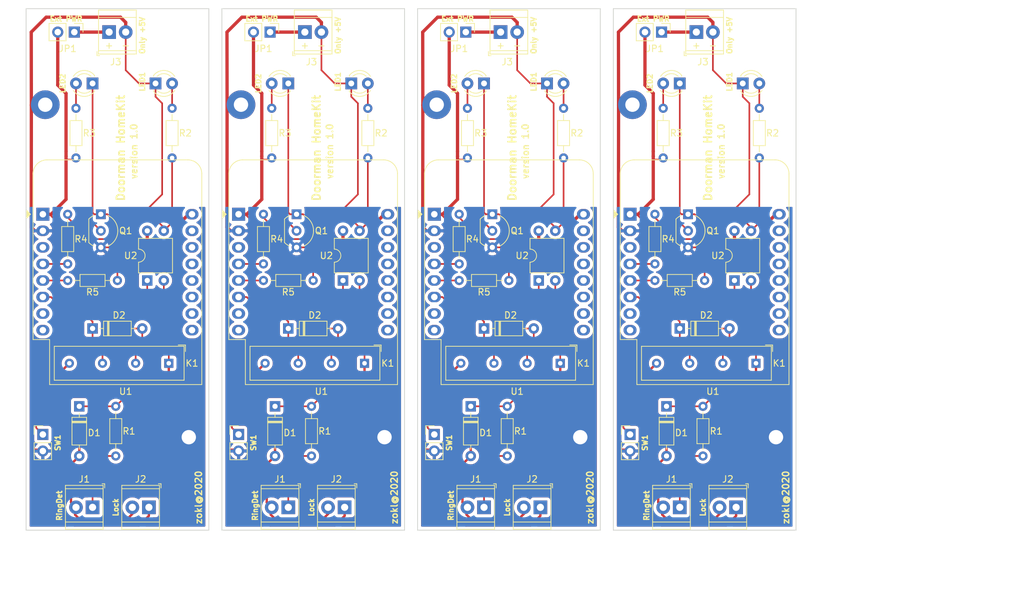
<source format=kicad_pcb>
(kicad_pcb (version 20171130) (host pcbnew 5.1.5-52549c5~84~ubuntu18.04.1)
  (layers (0 F.Cu signal) (31 B.Cu signal) (34 B.Paste user) (35 F.Paste user) (36 B.SilkS user) (37 F.SilkS user) (38 B.Mask user) (39 F.Mask user) (44 Edge.Cuts user))
  (net 0 "")
  (net 1 PhGND)
  (net 2 "Net-(D1-Pad1)")
  (net 3 "Net-(D2-Pad2)")
  (net 4 +5V)
  (net 5 PhRing)
  (net 6 PhLock)
  (net 7 GND)
  (net 8 "Net-(J3-Pad1)")
  (net 9 "Net-(LED1-Pad2)")
  (net 10 "Net-(LED2-Pad2)")
  (net 11 "Net-(Q1-Pad2)")
  (net 12 "Net-(R2-Pad2)")
  (net 13 Lock)
  (net 14 RingDet)
  (net 15 Butt)
  (net 16 +3V3)
  (net 17 "Net-(U1-Pad15)")
  (net 18 "Net-(U1-Pad14)")
  (net 19 "Net-(U1-Pad13)")
  (net 20 "Net-(U1-Pad12)")
  (net 21 "Net-(U1-Pad11)")
  (net 22 "Net-(U1-Pad10)")
  (net 23 "Net-(U1-Pad9)")
  (net 24 "Net-(U1-Pad8)")
  (net 25 "Net-(U1-Pad7)")
  (net 26 "Net-(U1-Pad3)")
  (module MountingHole:MountingHole_2.2mm_M2_Pad (layer F.Cu) (at 104 66)
    (fp_text reference H2 hide)
    (fp_text value MountingHole_Pad)
    (pad 1 thru_hole circle (at 0 0) (size 4.4 4.4) (drill 2.2) (layers *.Cu *.Mask) (net 7 GND))
  )
  (module MountingHole:MountingHole_2.2mm_M2_Pad (layer F.Cu) (at 126 117)
    (fp_text reference H1 hide)
    (fp_text value MountingHole_Pad)
    (pad 1 thru_hole circle (at 0 0) (size 4.4 4.4) (drill 2.2) (layers *.Cu *.Mask) (net 7 GND))
  )
  (module Package_TO_SOT_THT:TO-92_Inline_Wide (layer F.Cu) (at 112.522 82.804 270)
    (fp_text reference Q1 (at 2.54 -3.81) (layer F.SilkS))
    (fp_text value BC337)
    (pad 1 thru_hole rect (at 0 0) (size 1.5 1.5) (drill 0.8) (layers *.Cu *.Mask) (net 3 "Net-(D2-Pad2)"))
    (pad 3 thru_hole circle (at 5.08 0) (size 1.5 1.5) (drill 0.8) (layers *.Cu *.Mask) (net 7 GND))
    (pad 2 thru_hole circle (at 2.54 0) (size 1.5 1.5) (drill 0.8) (layers *.Cu *.Mask) (net 11 "Net-(Q1-Pad2)"))
  )
  (module Diode_THT:D_DO-35_SOD27_P7.62mm_Horizontal (layer F.Cu) (at 111.252 100.33)
    (fp_text reference D2 (at 4.064 -2.032) (layer F.SilkS))
    (fp_text value 1N4148)
    (pad 2 thru_hole oval (at 7.62 0) (size 1.6 1.6) (drill 0.8) (layers *.Cu *.Mask) (net 3 "Net-(D2-Pad2)"))
    (pad 1 thru_hole rect (at 0 0) (size 1.6 1.6) (drill 0.8) (layers *.Cu *.Mask) (net 4 +5V))
  )
  (module Package_DIP:DIP-4_W7.62mm (layer F.Cu) (at 119.634 92.964 90)
    (fp_text reference U2 (at 3.81 -2.54 180) (layer F.SilkS))
    (fp_text value PC817)
    (pad 4 thru_hole oval (at 7.62 0 90) (size 1.6 1.6) (drill 0.8) (layers *.Cu *.Mask) (net 16 +3V3))
    (pad 2 thru_hole oval (at 0 2.54 90) (size 1.6 1.6) (drill 0.8) (layers *.Cu *.Mask) (net 1 PhGND))
    (pad 3 thru_hole oval (at 7.62 2.54 90) (size 1.6 1.6) (drill 0.8) (layers *.Cu *.Mask) (net 12 "Net-(R2-Pad2)"))
    (pad 1 thru_hole rect (at 0 0 90) (size 1.6 1.6) (drill 0.8) (layers *.Cu *.Mask) (net 2 "Net-(D1-Pad1)"))
  )
  (module Resistor_THT:R_Axial_DIN0204_L3.6mm_D1.6mm_P7.62mm_Horizontal (layer F.Cu) (at 123.444 66.548 270)
    (fp_text reference R2 (at 3.81 -2.032 180) (layer F.SilkS))
    (fp_text value 380R)
    (pad 2 thru_hole oval (at 7.62 0 270) (size 1.4 1.4) (drill 0.7) (layers *.Cu *.Mask) (net 12 "Net-(R2-Pad2)"))
    (pad 1 thru_hole circle (at 0 0 270) (size 1.4 1.4) (drill 0.7) (layers *.Cu *.Mask) (net 9 "Net-(LED1-Pad2)"))
  )
  (module Relay_THT:Relay_SPST_StandexMeder_SIL_Form1A (layer F.Cu) (at 122.936 105.664 180)
    (fp_text reference K1 (at -3.556 0) (layer F.SilkS))
    (fp_text value S1A05)
    (pad 1 thru_hole rect (at 0 0 180) (size 1.4 1.4) (drill 0.7) (layers *.Cu *.Mask) (net 1 PhGND))
    (pad 3 thru_hole circle (at 5.08 0 180) (size 1.4 1.4) (drill 0.7) (layers *.Cu *.Mask) (net 3 "Net-(D2-Pad2)"))
    (pad 5 thru_hole circle (at 10.16 0 180) (size 1.4 1.4) (drill 0.7) (layers *.Cu *.Mask) (net 4 +5V))
    (pad 7 thru_hole circle (at 15.24 0 180) (size 1.4 1.4) (drill 0.7) (layers *.Cu *.Mask) (net 6 PhLock))
  )
  (module Resistor_THT:R_Axial_DIN0204_L3.6mm_D1.6mm_P7.62mm_Horizontal (layer F.Cu) (at 115.062 92.964 180)
    (fp_text reference R5 (at 3.81 -1.778) (layer F.SilkS))
    (fp_text value 1k)
    (pad 2 thru_hole oval (at 7.62 0 180) (size 1.4 1.4) (drill 0.7) (layers *.Cu *.Mask) (net 14 RingDet))
    (pad 1 thru_hole circle (at 0 0 180) (size 1.4 1.4) (drill 0.7) (layers *.Cu *.Mask) (net 12 "Net-(R2-Pad2)"))
  )
  (module Resistor_THT:R_Axial_DIN0204_L3.6mm_D1.6mm_P7.62mm_Horizontal (layer F.Cu) (at 108.712 66.548 270)
    (fp_text reference R3 (at 3.81 -2.032 180) (layer F.SilkS))
    (fp_text value 380R)
    (pad 2 thru_hole oval (at 7.62 0 270) (size 1.4 1.4) (drill 0.7) (layers *.Cu *.Mask) (net 4 +5V))
    (pad 1 thru_hole circle (at 0 0 270) (size 1.4 1.4) (drill 0.7) (layers *.Cu *.Mask) (net 10 "Net-(LED2-Pad2)"))
  )
  (module Resistor_THT:R_Axial_DIN0204_L3.6mm_D1.6mm_P7.62mm_Horizontal (layer F.Cu) (at 114.808 119.888 90)
    (fp_text reference R1 (at 3.81 2.032) (layer F.SilkS))
    (fp_text value 680R)
    (pad 2 thru_hole oval (at 7.62 0 90) (size 1.4 1.4) (drill 0.7) (layers *.Cu *.Mask) (net 2 "Net-(D1-Pad1)"))
    (pad 1 thru_hole circle (at 0 0 90) (size 1.4 1.4) (drill 0.7) (layers *.Cu *.Mask) (net 5 PhRing))
  )
  (module Resistor_THT:R_Axial_DIN0204_L3.6mm_D1.6mm_P7.62mm_Horizontal (layer F.Cu) (at 107.442 82.804 270)
    (fp_text reference R4 (at 3.81 -2.032 180) (layer F.SilkS))
    (fp_text value 1k)
    (pad 2 thru_hole oval (at 7.62 0 270) (size 1.4 1.4) (drill 0.7) (layers *.Cu *.Mask) (net 13 Lock))
    (pad 1 thru_hole circle (at 0 0 270) (size 1.4 1.4) (drill 0.7) (layers *.Cu *.Mask) (net 11 "Net-(Q1-Pad2)"))
  )
  (module Connector_PinHeader_2.54mm:PinHeader_1x02_P2.54mm_Vertical (layer F.Cu) (at 108.458 54.864 270)
    (fp_text reference JP1 (at 2.54 1.016 180) (layer F.SilkS))
    (fp_text value Jumper)
    (pad 2 thru_hole oval (at 0 2.54 270) (size 1.7 1.7) (drill 1) (layers *.Cu *.Mask) (net 4 +5V))
    (pad 1 thru_hole rect (at 0 0 270) (size 1.7 1.7) (drill 1) (layers *.Cu *.Mask) (net 8 "Net-(J3-Pad1)"))
  )
  (module Connector_PinHeader_2.54mm:PinHeader_1x02_P2.54mm_Vertical (layer F.Cu) (at 103.632 116.586)
    (fp_text reference SW1 (at 2.286 1.27 90) (layer F.SilkS) (effects (font (size 0.8 0.8) (thickness 0.2))))
    (fp_text value Button)
    (pad 2 thru_hole oval (at 0 2.54) (size 1.7 1.7) (drill 1) (layers *.Cu *.Mask) (net 7 GND))
    (pad 1 thru_hole rect (at 0 0) (size 1.7 1.7) (drill 1) (layers *.Cu *.Mask) (net 15 Butt))
  )
  (module Module:WEMOS_D1_mini_light (layer F.Cu) (at 103.632 82.804)
    (fp_text reference U1 (at 12.7 27.178) (layer F.SilkS))
    (fp_text value WeMos_D1_mini)
    (pad 16 thru_hole oval (at 22.86 0) (size 2 1.6) (drill 1) (layers *.Cu *.Mask) (net 16 +3V3))
    (pad 15 thru_hole oval (at 22.86 2.54) (size 2 1.6) (drill 1) (layers *.Cu *.Mask) (net 17 "Net-(U1-Pad15)"))
    (pad 14 thru_hole oval (at 22.86 5.08) (size 2 1.6) (drill 1) (layers *.Cu *.Mask) (net 18 "Net-(U1-Pad14)"))
    (pad 13 thru_hole oval (at 22.86 7.62) (size 2 1.6) (drill 1) (layers *.Cu *.Mask) (net 19 "Net-(U1-Pad13)"))
    (pad 12 thru_hole oval (at 22.86 10.16) (size 2 1.6) (drill 1) (layers *.Cu *.Mask) (net 20 "Net-(U1-Pad12)"))
    (pad 11 thru_hole oval (at 22.86 12.7) (size 2 1.6) (drill 1) (layers *.Cu *.Mask) (net 21 "Net-(U1-Pad11)"))
    (pad 10 thru_hole oval (at 22.86 15.24) (size 2 1.6) (drill 1) (layers *.Cu *.Mask) (net 22 "Net-(U1-Pad10)"))
    (pad 9 thru_hole oval (at 22.86 17.78) (size 2 1.6) (drill 1) (layers *.Cu *.Mask) (net 23 "Net-(U1-Pad9)"))
    (pad 8 thru_hole oval (at 0 17.78) (size 2 1.6) (drill 1) (layers *.Cu *.Mask) (net 24 "Net-(U1-Pad8)"))
    (pad 7 thru_hole oval (at 0 15.24) (size 2 1.6) (drill 1) (layers *.Cu *.Mask) (net 25 "Net-(U1-Pad7)"))
    (pad 6 thru_hole oval (at 0 12.7) (size 2 1.6) (drill 1) (layers *.Cu *.Mask) (net 15 Butt))
    (pad 5 thru_hole oval (at 0 10.16) (size 2 1.6) (drill 1) (layers *.Cu *.Mask) (net 14 RingDet))
    (pad 4 thru_hole oval (at 0 7.62) (size 2 1.6) (drill 1) (layers *.Cu *.Mask) (net 13 Lock))
    (pad 3 thru_hole oval (at 0 5.08) (size 2 1.6) (drill 1) (layers *.Cu *.Mask) (net 26 "Net-(U1-Pad3)"))
    (pad 1 thru_hole rect (at 0 0) (size 2 2) (drill 1) (layers *.Cu *.Mask) (net 4 +5V))
    (pad 2 thru_hole oval (at 0 2.54) (size 2 1.6) (drill 1) (layers *.Cu *.Mask) (net 7 GND))
  )
  (module LED_THT:LED_D3.0mm (layer F.Cu) (at 111.252 62.738 180)
    (fp_text reference LED2 (at 4.572 0 90) (layer F.SilkS) (effects (font (size 0.8 0.8) (thickness 0.2))))
    (fp_text value Red)
    (pad 2 thru_hole circle (at 2.54 0 180) (size 1.8 1.8) (drill 0.9) (layers *.Cu *.Mask) (net 10 "Net-(LED2-Pad2)"))
    (pad 1 thru_hole rect (at 0 0 180) (size 1.8 1.8) (drill 0.9) (layers *.Cu *.Mask) (net 3 "Net-(D2-Pad2)"))
  )
  (module LED_THT:LED_D3.0mm (layer F.Cu) (at 120.904 62.738)
    (fp_text reference LED1 (at -2.032 -0.254 90) (layer F.SilkS) (effects (font (size 0.8 0.8) (thickness 0.2))))
    (fp_text value Green)
    (pad 1 thru_hole rect (at 0 0) (size 1.8 1.8) (drill 0.9) (layers *.Cu *.Mask) (net 7 GND))
    (pad 2 thru_hole circle (at 2.54 0) (size 1.8 1.8) (drill 0.9) (layers *.Cu *.Mask) (net 9 "Net-(LED1-Pad2)"))
  )
  (module TerminalBlock_TE-Connectivity:TerminalBlock_TE_282834-2_1x02_P2.54mm_Horizontal (layer F.Cu) (at 113.792 54.864)
    (fp_text reference J3 (at 1.016 4.572) (layer F.SilkS))
    (fp_text value "Power Supply")
    (pad 2 thru_hole circle (at 2.54 0) (size 2.1 2.1) (drill 1.1) (layers *.Cu *.Mask) (net 7 GND))
    (pad 1 thru_hole rect (at 0 0) (size 2.1 2.1) (drill 1.1) (layers *.Cu *.Mask) (net 8 "Net-(J3-Pad1)"))
  )
  (module TerminalBlock_TE-Connectivity:TerminalBlock_TE_282834-2_1x02_P2.54mm_Horizontal (layer F.Cu) (at 119.888 127.762 180)
    (fp_text reference J2 (at 1.27 4.318) (layer F.SilkS))
    (fp_text value Lock)
    (pad 2 thru_hole circle (at 2.54 0 180) (size 2.1 2.1) (drill 1.1) (layers *.Cu *.Mask) (net 1 PhGND))
    (pad 1 thru_hole rect (at 0 0 180) (size 2.1 2.1) (drill 1.1) (layers *.Cu *.Mask) (net 6 PhLock))
  )
  (module TerminalBlock_TE-Connectivity:TerminalBlock_TE_282834-2_1x02_P2.54mm_Horizontal (layer F.Cu) (at 111.252 127.762 180)
    (fp_text reference J1 (at 1.27 4.318) (layer F.SilkS))
    (fp_text value "Ring Detection")
    (pad 2 thru_hole circle (at 2.54 0 180) (size 2.1 2.1) (drill 1.1) (layers *.Cu *.Mask) (net 1 PhGND))
    (pad 1 thru_hole rect (at 0 0 180) (size 2.1 2.1) (drill 1.1) (layers *.Cu *.Mask) (net 5 PhRing))
  )
  (module Diode_THT:D_DO-35_SOD27_P7.62mm_Horizontal (layer F.Cu) (at 109.22 112.268 270)
    (fp_text reference D1 (at 4.064 -2.286) (layer F.SilkS))
    (fp_text value 1N4148)
    (pad 2 thru_hole oval (at 7.62 0 270) (size 1.6 1.6) (drill 0.8) (layers *.Cu *.Mask) (net 1 PhGND))
    (pad 1 thru_hole rect (at 0 0 270) (size 1.6 1.6) (drill 0.8) (layers *.Cu *.Mask) (net 2 "Net-(D1-Pad1)"))
  )
  (module MountingHole:MountingHole_2.2mm_M2_Pad (layer F.Cu) (at 134 66)
    (fp_text reference H2 hide)
    (fp_text value MountingHole_Pad)
    (pad 1 thru_hole circle (at 0 0) (size 4.4 4.4) (drill 2.2) (layers *.Cu *.Mask) (net 7 GND))
  )
  (module MountingHole:MountingHole_2.2mm_M2_Pad (layer F.Cu) (at 156 117)
    (fp_text reference H1 hide)
    (fp_text value MountingHole_Pad)
    (pad 1 thru_hole circle (at 0 0) (size 4.4 4.4) (drill 2.2) (layers *.Cu *.Mask) (net 7 GND))
  )
  (module Package_TO_SOT_THT:TO-92_Inline_Wide (layer F.Cu) (at 142.522 82.804 270)
    (fp_text reference Q1 (at 2.54 -3.81) (layer F.SilkS))
    (fp_text value BC337)
    (pad 1 thru_hole rect (at 0 0) (size 1.5 1.5) (drill 0.8) (layers *.Cu *.Mask) (net 3 "Net-(D2-Pad2)"))
    (pad 3 thru_hole circle (at 5.08 0) (size 1.5 1.5) (drill 0.8) (layers *.Cu *.Mask) (net 7 GND))
    (pad 2 thru_hole circle (at 2.54 0) (size 1.5 1.5) (drill 0.8) (layers *.Cu *.Mask) (net 11 "Net-(Q1-Pad2)"))
  )
  (module Diode_THT:D_DO-35_SOD27_P7.62mm_Horizontal (layer F.Cu) (at 141.252 100.33)
    (fp_text reference D2 (at 4.064 -2.032) (layer F.SilkS))
    (fp_text value 1N4148)
    (pad 2 thru_hole oval (at 7.62 0) (size 1.6 1.6) (drill 0.8) (layers *.Cu *.Mask) (net 3 "Net-(D2-Pad2)"))
    (pad 1 thru_hole rect (at 0 0) (size 1.6 1.6) (drill 0.8) (layers *.Cu *.Mask) (net 4 +5V))
  )
  (module Package_DIP:DIP-4_W7.62mm (layer F.Cu) (at 149.634 92.964 90)
    (fp_text reference U2 (at 3.81 -2.54 180) (layer F.SilkS))
    (fp_text value PC817)
    (pad 4 thru_hole oval (at 7.62 0 90) (size 1.6 1.6) (drill 0.8) (layers *.Cu *.Mask) (net 16 +3V3))
    (pad 2 thru_hole oval (at 0 2.54 90) (size 1.6 1.6) (drill 0.8) (layers *.Cu *.Mask) (net 1 PhGND))
    (pad 3 thru_hole oval (at 7.62 2.54 90) (size 1.6 1.6) (drill 0.8) (layers *.Cu *.Mask) (net 12 "Net-(R2-Pad2)"))
    (pad 1 thru_hole rect (at 0 0 90) (size 1.6 1.6) (drill 0.8) (layers *.Cu *.Mask) (net 2 "Net-(D1-Pad1)"))
  )
  (module Resistor_THT:R_Axial_DIN0204_L3.6mm_D1.6mm_P7.62mm_Horizontal (layer F.Cu) (at 153.444 66.548 270)
    (fp_text reference R2 (at 3.81 -2.032 180) (layer F.SilkS))
    (fp_text value 380R)
    (pad 2 thru_hole oval (at 7.62 0 270) (size 1.4 1.4) (drill 0.7) (layers *.Cu *.Mask) (net 12 "Net-(R2-Pad2)"))
    (pad 1 thru_hole circle (at 0 0 270) (size 1.4 1.4) (drill 0.7) (layers *.Cu *.Mask) (net 9 "Net-(LED1-Pad2)"))
  )
  (module Relay_THT:Relay_SPST_StandexMeder_SIL_Form1A (layer F.Cu) (at 152.936 105.664 180)
    (fp_text reference K1 (at -3.556 0) (layer F.SilkS))
    (fp_text value S1A05)
    (pad 1 thru_hole rect (at 0 0 180) (size 1.4 1.4) (drill 0.7) (layers *.Cu *.Mask) (net 1 PhGND))
    (pad 3 thru_hole circle (at 5.08 0 180) (size 1.4 1.4) (drill 0.7) (layers *.Cu *.Mask) (net 3 "Net-(D2-Pad2)"))
    (pad 5 thru_hole circle (at 10.16 0 180) (size 1.4 1.4) (drill 0.7) (layers *.Cu *.Mask) (net 4 +5V))
    (pad 7 thru_hole circle (at 15.24 0 180) (size 1.4 1.4) (drill 0.7) (layers *.Cu *.Mask) (net 6 PhLock))
  )
  (module Resistor_THT:R_Axial_DIN0204_L3.6mm_D1.6mm_P7.62mm_Horizontal (layer F.Cu) (at 145.062 92.964 180)
    (fp_text reference R5 (at 3.81 -1.778) (layer F.SilkS))
    (fp_text value 1k)
    (pad 2 thru_hole oval (at 7.62 0 180) (size 1.4 1.4) (drill 0.7) (layers *.Cu *.Mask) (net 14 RingDet))
    (pad 1 thru_hole circle (at 0 0 180) (size 1.4 1.4) (drill 0.7) (layers *.Cu *.Mask) (net 12 "Net-(R2-Pad2)"))
  )
  (module Resistor_THT:R_Axial_DIN0204_L3.6mm_D1.6mm_P7.62mm_Horizontal (layer F.Cu) (at 138.712 66.548 270)
    (fp_text reference R3 (at 3.81 -2.032 180) (layer F.SilkS))
    (fp_text value 380R)
    (pad 2 thru_hole oval (at 7.62 0 270) (size 1.4 1.4) (drill 0.7) (layers *.Cu *.Mask) (net 4 +5V))
    (pad 1 thru_hole circle (at 0 0 270) (size 1.4 1.4) (drill 0.7) (layers *.Cu *.Mask) (net 10 "Net-(LED2-Pad2)"))
  )
  (module Resistor_THT:R_Axial_DIN0204_L3.6mm_D1.6mm_P7.62mm_Horizontal (layer F.Cu) (at 144.808 119.888 90)
    (fp_text reference R1 (at 3.81 2.032) (layer F.SilkS))
    (fp_text value 680R)
    (pad 2 thru_hole oval (at 7.62 0 90) (size 1.4 1.4) (drill 0.7) (layers *.Cu *.Mask) (net 2 "Net-(D1-Pad1)"))
    (pad 1 thru_hole circle (at 0 0 90) (size 1.4 1.4) (drill 0.7) (layers *.Cu *.Mask) (net 5 PhRing))
  )
  (module Resistor_THT:R_Axial_DIN0204_L3.6mm_D1.6mm_P7.62mm_Horizontal (layer F.Cu) (at 137.442 82.804 270)
    (fp_text reference R4 (at 3.81 -2.032 180) (layer F.SilkS))
    (fp_text value 1k)
    (pad 2 thru_hole oval (at 7.62 0 270) (size 1.4 1.4) (drill 0.7) (layers *.Cu *.Mask) (net 13 Lock))
    (pad 1 thru_hole circle (at 0 0 270) (size 1.4 1.4) (drill 0.7) (layers *.Cu *.Mask) (net 11 "Net-(Q1-Pad2)"))
  )
  (module Connector_PinHeader_2.54mm:PinHeader_1x02_P2.54mm_Vertical (layer F.Cu) (at 138.458 54.864 270)
    (fp_text reference JP1 (at 2.54 1.016 180) (layer F.SilkS))
    (fp_text value Jumper)
    (pad 2 thru_hole oval (at 0 2.54 270) (size 1.7 1.7) (drill 1) (layers *.Cu *.Mask) (net 4 +5V))
    (pad 1 thru_hole rect (at 0 0 270) (size 1.7 1.7) (drill 1) (layers *.Cu *.Mask) (net 8 "Net-(J3-Pad1)"))
  )
  (module Connector_PinHeader_2.54mm:PinHeader_1x02_P2.54mm_Vertical (layer F.Cu) (at 133.632 116.586)
    (fp_text reference SW1 (at 2.286 1.27 90) (layer F.SilkS) (effects (font (size 0.8 0.8) (thickness 0.2))))
    (fp_text value Button)
    (pad 2 thru_hole oval (at 0 2.54) (size 1.7 1.7) (drill 1) (layers *.Cu *.Mask) (net 7 GND))
    (pad 1 thru_hole rect (at 0 0) (size 1.7 1.7) (drill 1) (layers *.Cu *.Mask) (net 15 Butt))
  )
  (module Module:WEMOS_D1_mini_light (layer F.Cu) (at 133.632 82.804)
    (fp_text reference U1 (at 12.7 27.178) (layer F.SilkS))
    (fp_text value WeMos_D1_mini)
    (pad 16 thru_hole oval (at 22.86 0) (size 2 1.6) (drill 1) (layers *.Cu *.Mask) (net 16 +3V3))
    (pad 15 thru_hole oval (at 22.86 2.54) (size 2 1.6) (drill 1) (layers *.Cu *.Mask) (net 17 "Net-(U1-Pad15)"))
    (pad 14 thru_hole oval (at 22.86 5.08) (size 2 1.6) (drill 1) (layers *.Cu *.Mask) (net 18 "Net-(U1-Pad14)"))
    (pad 13 thru_hole oval (at 22.86 7.62) (size 2 1.6) (drill 1) (layers *.Cu *.Mask) (net 19 "Net-(U1-Pad13)"))
    (pad 12 thru_hole oval (at 22.86 10.16) (size 2 1.6) (drill 1) (layers *.Cu *.Mask) (net 20 "Net-(U1-Pad12)"))
    (pad 11 thru_hole oval (at 22.86 12.7) (size 2 1.6) (drill 1) (layers *.Cu *.Mask) (net 21 "Net-(U1-Pad11)"))
    (pad 10 thru_hole oval (at 22.86 15.24) (size 2 1.6) (drill 1) (layers *.Cu *.Mask) (net 22 "Net-(U1-Pad10)"))
    (pad 9 thru_hole oval (at 22.86 17.78) (size 2 1.6) (drill 1) (layers *.Cu *.Mask) (net 23 "Net-(U1-Pad9)"))
    (pad 8 thru_hole oval (at 0 17.78) (size 2 1.6) (drill 1) (layers *.Cu *.Mask) (net 24 "Net-(U1-Pad8)"))
    (pad 7 thru_hole oval (at 0 15.24) (size 2 1.6) (drill 1) (layers *.Cu *.Mask) (net 25 "Net-(U1-Pad7)"))
    (pad 6 thru_hole oval (at 0 12.7) (size 2 1.6) (drill 1) (layers *.Cu *.Mask) (net 15 Butt))
    (pad 5 thru_hole oval (at 0 10.16) (size 2 1.6) (drill 1) (layers *.Cu *.Mask) (net 14 RingDet))
    (pad 4 thru_hole oval (at 0 7.62) (size 2 1.6) (drill 1) (layers *.Cu *.Mask) (net 13 Lock))
    (pad 3 thru_hole oval (at 0 5.08) (size 2 1.6) (drill 1) (layers *.Cu *.Mask) (net 26 "Net-(U1-Pad3)"))
    (pad 1 thru_hole rect (at 0 0) (size 2 2) (drill 1) (layers *.Cu *.Mask) (net 4 +5V))
    (pad 2 thru_hole oval (at 0 2.54) (size 2 1.6) (drill 1) (layers *.Cu *.Mask) (net 7 GND))
  )
  (module LED_THT:LED_D3.0mm (layer F.Cu) (at 141.252 62.738 180)
    (fp_text reference LED2 (at 4.572 0 90) (layer F.SilkS) (effects (font (size 0.8 0.8) (thickness 0.2))))
    (fp_text value Red)
    (pad 2 thru_hole circle (at 2.54 0 180) (size 1.8 1.8) (drill 0.9) (layers *.Cu *.Mask) (net 10 "Net-(LED2-Pad2)"))
    (pad 1 thru_hole rect (at 0 0 180) (size 1.8 1.8) (drill 0.9) (layers *.Cu *.Mask) (net 3 "Net-(D2-Pad2)"))
  )
  (module LED_THT:LED_D3.0mm (layer F.Cu) (at 150.904 62.738)
    (fp_text reference LED1 (at -2.032 -0.254 90) (layer F.SilkS) (effects (font (size 0.8 0.8) (thickness 0.2))))
    (fp_text value Green)
    (pad 1 thru_hole rect (at 0 0) (size 1.8 1.8) (drill 0.9) (layers *.Cu *.Mask) (net 7 GND))
    (pad 2 thru_hole circle (at 2.54 0) (size 1.8 1.8) (drill 0.9) (layers *.Cu *.Mask) (net 9 "Net-(LED1-Pad2)"))
  )
  (module TerminalBlock_TE-Connectivity:TerminalBlock_TE_282834-2_1x02_P2.54mm_Horizontal (layer F.Cu) (at 143.792 54.864)
    (fp_text reference J3 (at 1.016 4.572) (layer F.SilkS))
    (fp_text value "Power Supply")
    (pad 2 thru_hole circle (at 2.54 0) (size 2.1 2.1) (drill 1.1) (layers *.Cu *.Mask) (net 7 GND))
    (pad 1 thru_hole rect (at 0 0) (size 2.1 2.1) (drill 1.1) (layers *.Cu *.Mask) (net 8 "Net-(J3-Pad1)"))
  )
  (module TerminalBlock_TE-Connectivity:TerminalBlock_TE_282834-2_1x02_P2.54mm_Horizontal (layer F.Cu) (at 149.888 127.762 180)
    (fp_text reference J2 (at 1.27 4.318) (layer F.SilkS))
    (fp_text value Lock)
    (pad 2 thru_hole circle (at 2.54 0 180) (size 2.1 2.1) (drill 1.1) (layers *.Cu *.Mask) (net 1 PhGND))
    (pad 1 thru_hole rect (at 0 0 180) (size 2.1 2.1) (drill 1.1) (layers *.Cu *.Mask) (net 6 PhLock))
  )
  (module TerminalBlock_TE-Connectivity:TerminalBlock_TE_282834-2_1x02_P2.54mm_Horizontal (layer F.Cu) (at 141.252 127.762 180)
    (fp_text reference J1 (at 1.27 4.318) (layer F.SilkS))
    (fp_text value "Ring Detection")
    (pad 2 thru_hole circle (at 2.54 0 180) (size 2.1 2.1) (drill 1.1) (layers *.Cu *.Mask) (net 1 PhGND))
    (pad 1 thru_hole rect (at 0 0 180) (size 2.1 2.1) (drill 1.1) (layers *.Cu *.Mask) (net 5 PhRing))
  )
  (module Diode_THT:D_DO-35_SOD27_P7.62mm_Horizontal (layer F.Cu) (at 139.22 112.268 270)
    (fp_text reference D1 (at 4.064 -2.286) (layer F.SilkS))
    (fp_text value 1N4148)
    (pad 2 thru_hole oval (at 7.62 0 270) (size 1.6 1.6) (drill 0.8) (layers *.Cu *.Mask) (net 1 PhGND))
    (pad 1 thru_hole rect (at 0 0 270) (size 1.6 1.6) (drill 0.8) (layers *.Cu *.Mask) (net 2 "Net-(D1-Pad1)"))
  )
  (module MountingHole:MountingHole_2.2mm_M2_Pad (layer F.Cu) (at 164 66)
    (fp_text reference H2 hide)
    (fp_text value MountingHole_Pad)
    (pad 1 thru_hole circle (at 0 0) (size 4.4 4.4) (drill 2.2) (layers *.Cu *.Mask) (net 7 GND))
  )
  (module MountingHole:MountingHole_2.2mm_M2_Pad (layer F.Cu) (at 186 117)
    (fp_text reference H1 hide)
    (fp_text value MountingHole_Pad)
    (pad 1 thru_hole circle (at 0 0) (size 4.4 4.4) (drill 2.2) (layers *.Cu *.Mask) (net 7 GND))
  )
  (module Package_TO_SOT_THT:TO-92_Inline_Wide (layer F.Cu) (at 172.522 82.804 270)
    (fp_text reference Q1 (at 2.54 -3.81) (layer F.SilkS))
    (fp_text value BC337)
    (pad 1 thru_hole rect (at 0 0) (size 1.5 1.5) (drill 0.8) (layers *.Cu *.Mask) (net 3 "Net-(D2-Pad2)"))
    (pad 3 thru_hole circle (at 5.08 0) (size 1.5 1.5) (drill 0.8) (layers *.Cu *.Mask) (net 7 GND))
    (pad 2 thru_hole circle (at 2.54 0) (size 1.5 1.5) (drill 0.8) (layers *.Cu *.Mask) (net 11 "Net-(Q1-Pad2)"))
  )
  (module Diode_THT:D_DO-35_SOD27_P7.62mm_Horizontal (layer F.Cu) (at 171.252 100.33)
    (fp_text reference D2 (at 4.064 -2.032) (layer F.SilkS))
    (fp_text value 1N4148)
    (pad 2 thru_hole oval (at 7.62 0) (size 1.6 1.6) (drill 0.8) (layers *.Cu *.Mask) (net 3 "Net-(D2-Pad2)"))
    (pad 1 thru_hole rect (at 0 0) (size 1.6 1.6) (drill 0.8) (layers *.Cu *.Mask) (net 4 +5V))
  )
  (module Package_DIP:DIP-4_W7.62mm (layer F.Cu) (at 179.634 92.964 90)
    (fp_text reference U2 (at 3.81 -2.54 180) (layer F.SilkS))
    (fp_text value PC817)
    (pad 4 thru_hole oval (at 7.62 0 90) (size 1.6 1.6) (drill 0.8) (layers *.Cu *.Mask) (net 16 +3V3))
    (pad 2 thru_hole oval (at 0 2.54 90) (size 1.6 1.6) (drill 0.8) (layers *.Cu *.Mask) (net 1 PhGND))
    (pad 3 thru_hole oval (at 7.62 2.54 90) (size 1.6 1.6) (drill 0.8) (layers *.Cu *.Mask) (net 12 "Net-(R2-Pad2)"))
    (pad 1 thru_hole rect (at 0 0 90) (size 1.6 1.6) (drill 0.8) (layers *.Cu *.Mask) (net 2 "Net-(D1-Pad1)"))
  )
  (module Resistor_THT:R_Axial_DIN0204_L3.6mm_D1.6mm_P7.62mm_Horizontal (layer F.Cu) (at 183.444 66.548 270)
    (fp_text reference R2 (at 3.81 -2.032 180) (layer F.SilkS))
    (fp_text value 380R)
    (pad 2 thru_hole oval (at 7.62 0 270) (size 1.4 1.4) (drill 0.7) (layers *.Cu *.Mask) (net 12 "Net-(R2-Pad2)"))
    (pad 1 thru_hole circle (at 0 0 270) (size 1.4 1.4) (drill 0.7) (layers *.Cu *.Mask) (net 9 "Net-(LED1-Pad2)"))
  )
  (module Relay_THT:Relay_SPST_StandexMeder_SIL_Form1A (layer F.Cu) (at 182.936 105.664 180)
    (fp_text reference K1 (at -3.556 0) (layer F.SilkS))
    (fp_text value S1A05)
    (pad 1 thru_hole rect (at 0 0 180) (size 1.4 1.4) (drill 0.7) (layers *.Cu *.Mask) (net 1 PhGND))
    (pad 3 thru_hole circle (at 5.08 0 180) (size 1.4 1.4) (drill 0.7) (layers *.Cu *.Mask) (net 3 "Net-(D2-Pad2)"))
    (pad 5 thru_hole circle (at 10.16 0 180) (size 1.4 1.4) (drill 0.7) (layers *.Cu *.Mask) (net 4 +5V))
    (pad 7 thru_hole circle (at 15.24 0 180) (size 1.4 1.4) (drill 0.7) (layers *.Cu *.Mask) (net 6 PhLock))
  )
  (module Resistor_THT:R_Axial_DIN0204_L3.6mm_D1.6mm_P7.62mm_Horizontal (layer F.Cu) (at 175.062 92.964 180)
    (fp_text reference R5 (at 3.81 -1.778) (layer F.SilkS))
    (fp_text value 1k)
    (pad 2 thru_hole oval (at 7.62 0 180) (size 1.4 1.4) (drill 0.7) (layers *.Cu *.Mask) (net 14 RingDet))
    (pad 1 thru_hole circle (at 0 0 180) (size 1.4 1.4) (drill 0.7) (layers *.Cu *.Mask) (net 12 "Net-(R2-Pad2)"))
  )
  (module Resistor_THT:R_Axial_DIN0204_L3.6mm_D1.6mm_P7.62mm_Horizontal (layer F.Cu) (at 168.712 66.548 270)
    (fp_text reference R3 (at 3.81 -2.032 180) (layer F.SilkS))
    (fp_text value 380R)
    (pad 2 thru_hole oval (at 7.62 0 270) (size 1.4 1.4) (drill 0.7) (layers *.Cu *.Mask) (net 4 +5V))
    (pad 1 thru_hole circle (at 0 0 270) (size 1.4 1.4) (drill 0.7) (layers *.Cu *.Mask) (net 10 "Net-(LED2-Pad2)"))
  )
  (module Resistor_THT:R_Axial_DIN0204_L3.6mm_D1.6mm_P7.62mm_Horizontal (layer F.Cu) (at 174.808 119.888 90)
    (fp_text reference R1 (at 3.81 2.032) (layer F.SilkS))
    (fp_text value 680R)
    (pad 2 thru_hole oval (at 7.62 0 90) (size 1.4 1.4) (drill 0.7) (layers *.Cu *.Mask) (net 2 "Net-(D1-Pad1)"))
    (pad 1 thru_hole circle (at 0 0 90) (size 1.4 1.4) (drill 0.7) (layers *.Cu *.Mask) (net 5 PhRing))
  )
  (module Resistor_THT:R_Axial_DIN0204_L3.6mm_D1.6mm_P7.62mm_Horizontal (layer F.Cu) (at 167.442 82.804 270)
    (fp_text reference R4 (at 3.81 -2.032 180) (layer F.SilkS))
    (fp_text value 1k)
    (pad 2 thru_hole oval (at 7.62 0 270) (size 1.4 1.4) (drill 0.7) (layers *.Cu *.Mask) (net 13 Lock))
    (pad 1 thru_hole circle (at 0 0 270) (size 1.4 1.4) (drill 0.7) (layers *.Cu *.Mask) (net 11 "Net-(Q1-Pad2)"))
  )
  (module Connector_PinHeader_2.54mm:PinHeader_1x02_P2.54mm_Vertical (layer F.Cu) (at 168.458 54.864 270)
    (fp_text reference JP1 (at 2.54 1.016 180) (layer F.SilkS))
    (fp_text value Jumper)
    (pad 2 thru_hole oval (at 0 2.54 270) (size 1.7 1.7) (drill 1) (layers *.Cu *.Mask) (net 4 +5V))
    (pad 1 thru_hole rect (at 0 0 270) (size 1.7 1.7) (drill 1) (layers *.Cu *.Mask) (net 8 "Net-(J3-Pad1)"))
  )
  (module Connector_PinHeader_2.54mm:PinHeader_1x02_P2.54mm_Vertical (layer F.Cu) (at 163.632 116.586)
    (fp_text reference SW1 (at 2.286 1.27 90) (layer F.SilkS) (effects (font (size 0.8 0.8) (thickness 0.2))))
    (fp_text value Button)
    (pad 2 thru_hole oval (at 0 2.54) (size 1.7 1.7) (drill 1) (layers *.Cu *.Mask) (net 7 GND))
    (pad 1 thru_hole rect (at 0 0) (size 1.7 1.7) (drill 1) (layers *.Cu *.Mask) (net 15 Butt))
  )
  (module Module:WEMOS_D1_mini_light (layer F.Cu) (at 163.632 82.804)
    (fp_text reference U1 (at 12.7 27.178) (layer F.SilkS))
    (fp_text value WeMos_D1_mini)
    (pad 16 thru_hole oval (at 22.86 0) (size 2 1.6) (drill 1) (layers *.Cu *.Mask) (net 16 +3V3))
    (pad 15 thru_hole oval (at 22.86 2.54) (size 2 1.6) (drill 1) (layers *.Cu *.Mask) (net 17 "Net-(U1-Pad15)"))
    (pad 14 thru_hole oval (at 22.86 5.08) (size 2 1.6) (drill 1) (layers *.Cu *.Mask) (net 18 "Net-(U1-Pad14)"))
    (pad 13 thru_hole oval (at 22.86 7.62) (size 2 1.6) (drill 1) (layers *.Cu *.Mask) (net 19 "Net-(U1-Pad13)"))
    (pad 12 thru_hole oval (at 22.86 10.16) (size 2 1.6) (drill 1) (layers *.Cu *.Mask) (net 20 "Net-(U1-Pad12)"))
    (pad 11 thru_hole oval (at 22.86 12.7) (size 2 1.6) (drill 1) (layers *.Cu *.Mask) (net 21 "Net-(U1-Pad11)"))
    (pad 10 thru_hole oval (at 22.86 15.24) (size 2 1.6) (drill 1) (layers *.Cu *.Mask) (net 22 "Net-(U1-Pad10)"))
    (pad 9 thru_hole oval (at 22.86 17.78) (size 2 1.6) (drill 1) (layers *.Cu *.Mask) (net 23 "Net-(U1-Pad9)"))
    (pad 8 thru_hole oval (at 0 17.78) (size 2 1.6) (drill 1) (layers *.Cu *.Mask) (net 24 "Net-(U1-Pad8)"))
    (pad 7 thru_hole oval (at 0 15.24) (size 2 1.6) (drill 1) (layers *.Cu *.Mask) (net 25 "Net-(U1-Pad7)"))
    (pad 6 thru_hole oval (at 0 12.7) (size 2 1.6) (drill 1) (layers *.Cu *.Mask) (net 15 Butt))
    (pad 5 thru_hole oval (at 0 10.16) (size 2 1.6) (drill 1) (layers *.Cu *.Mask) (net 14 RingDet))
    (pad 4 thru_hole oval (at 0 7.62) (size 2 1.6) (drill 1) (layers *.Cu *.Mask) (net 13 Lock))
    (pad 3 thru_hole oval (at 0 5.08) (size 2 1.6) (drill 1) (layers *.Cu *.Mask) (net 26 "Net-(U1-Pad3)"))
    (pad 1 thru_hole rect (at 0 0) (size 2 2) (drill 1) (layers *.Cu *.Mask) (net 4 +5V))
    (pad 2 thru_hole oval (at 0 2.54) (size 2 1.6) (drill 1) (layers *.Cu *.Mask) (net 7 GND))
  )
  (module LED_THT:LED_D3.0mm (layer F.Cu) (at 171.252 62.738 180)
    (fp_text reference LED2 (at 4.572 0 90) (layer F.SilkS) (effects (font (size 0.8 0.8) (thickness 0.2))))
    (fp_text value Red)
    (pad 2 thru_hole circle (at 2.54 0 180) (size 1.8 1.8) (drill 0.9) (layers *.Cu *.Mask) (net 10 "Net-(LED2-Pad2)"))
    (pad 1 thru_hole rect (at 0 0 180) (size 1.8 1.8) (drill 0.9) (layers *.Cu *.Mask) (net 3 "Net-(D2-Pad2)"))
  )
  (module LED_THT:LED_D3.0mm (layer F.Cu) (at 180.904 62.738)
    (fp_text reference LED1 (at -2.032 -0.254 90) (layer F.SilkS) (effects (font (size 0.8 0.8) (thickness 0.2))))
    (fp_text value Green)
    (pad 1 thru_hole rect (at 0 0) (size 1.8 1.8) (drill 0.9) (layers *.Cu *.Mask) (net 7 GND))
    (pad 2 thru_hole circle (at 2.54 0) (size 1.8 1.8) (drill 0.9) (layers *.Cu *.Mask) (net 9 "Net-(LED1-Pad2)"))
  )
  (module TerminalBlock_TE-Connectivity:TerminalBlock_TE_282834-2_1x02_P2.54mm_Horizontal (layer F.Cu) (at 173.792 54.864)
    (fp_text reference J3 (at 1.016 4.572) (layer F.SilkS))
    (fp_text value "Power Supply")
    (pad 2 thru_hole circle (at 2.54 0) (size 2.1 2.1) (drill 1.1) (layers *.Cu *.Mask) (net 7 GND))
    (pad 1 thru_hole rect (at 0 0) (size 2.1 2.1) (drill 1.1) (layers *.Cu *.Mask) (net 8 "Net-(J3-Pad1)"))
  )
  (module TerminalBlock_TE-Connectivity:TerminalBlock_TE_282834-2_1x02_P2.54mm_Horizontal (layer F.Cu) (at 179.888 127.762 180)
    (fp_text reference J2 (at 1.27 4.318) (layer F.SilkS))
    (fp_text value Lock)
    (pad 2 thru_hole circle (at 2.54 0 180) (size 2.1 2.1) (drill 1.1) (layers *.Cu *.Mask) (net 1 PhGND))
    (pad 1 thru_hole rect (at 0 0 180) (size 2.1 2.1) (drill 1.1) (layers *.Cu *.Mask) (net 6 PhLock))
  )
  (module TerminalBlock_TE-Connectivity:TerminalBlock_TE_282834-2_1x02_P2.54mm_Horizontal (layer F.Cu) (at 171.252 127.762 180)
    (fp_text reference J1 (at 1.27 4.318) (layer F.SilkS))
    (fp_text value "Ring Detection")
    (pad 2 thru_hole circle (at 2.54 0 180) (size 2.1 2.1) (drill 1.1) (layers *.Cu *.Mask) (net 1 PhGND))
    (pad 1 thru_hole rect (at 0 0 180) (size 2.1 2.1) (drill 1.1) (layers *.Cu *.Mask) (net 5 PhRing))
  )
  (module Diode_THT:D_DO-35_SOD27_P7.62mm_Horizontal (layer F.Cu) (at 169.22 112.268 270)
    (fp_text reference D1 (at 4.064 -2.286) (layer F.SilkS))
    (fp_text value 1N4148)
    (pad 2 thru_hole oval (at 7.62 0 270) (size 1.6 1.6) (drill 0.8) (layers *.Cu *.Mask) (net 1 PhGND))
    (pad 1 thru_hole rect (at 0 0 270) (size 1.6 1.6) (drill 0.8) (layers *.Cu *.Mask) (net 2 "Net-(D1-Pad1)"))
  )
  (module MountingHole:MountingHole_2.2mm_M2_Pad (layer F.Cu) (at 194 66)
    (fp_text reference H2 hide)
    (fp_text value MountingHole_Pad)
    (pad 1 thru_hole circle (at 0 0) (size 4.4 4.4) (drill 2.2) (layers *.Cu *.Mask) (net 7 GND))
  )
  (module MountingHole:MountingHole_2.2mm_M2_Pad (layer F.Cu) (at 216 117)
    (fp_text reference H1 hide)
    (fp_text value MountingHole_Pad)
    (pad 1 thru_hole circle (at 0 0) (size 4.4 4.4) (drill 2.2) (layers *.Cu *.Mask) (net 7 GND))
  )
  (module Package_TO_SOT_THT:TO-92_Inline_Wide (layer F.Cu) (at 202.522 82.804 270)
    (fp_text reference Q1 (at 2.54 -3.81) (layer F.SilkS))
    (fp_text value BC337)
    (pad 1 thru_hole rect (at 0 0) (size 1.5 1.5) (drill 0.8) (layers *.Cu *.Mask) (net 3 "Net-(D2-Pad2)"))
    (pad 3 thru_hole circle (at 5.08 0) (size 1.5 1.5) (drill 0.8) (layers *.Cu *.Mask) (net 7 GND))
    (pad 2 thru_hole circle (at 2.54 0) (size 1.5 1.5) (drill 0.8) (layers *.Cu *.Mask) (net 11 "Net-(Q1-Pad2)"))
  )
  (module Diode_THT:D_DO-35_SOD27_P7.62mm_Horizontal (layer F.Cu) (at 201.252 100.33)
    (fp_text reference D2 (at 4.064 -2.032) (layer F.SilkS))
    (fp_text value 1N4148)
    (pad 2 thru_hole oval (at 7.62 0) (size 1.6 1.6) (drill 0.8) (layers *.Cu *.Mask) (net 3 "Net-(D2-Pad2)"))
    (pad 1 thru_hole rect (at 0 0) (size 1.6 1.6) (drill 0.8) (layers *.Cu *.Mask) (net 4 +5V))
  )
  (module Package_DIP:DIP-4_W7.62mm (layer F.Cu) (at 209.634 92.964 90)
    (fp_text reference U2 (at 3.81 -2.54 180) (layer F.SilkS))
    (fp_text value PC817)
    (pad 4 thru_hole oval (at 7.62 0 90) (size 1.6 1.6) (drill 0.8) (layers *.Cu *.Mask) (net 16 +3V3))
    (pad 2 thru_hole oval (at 0 2.54 90) (size 1.6 1.6) (drill 0.8) (layers *.Cu *.Mask) (net 1 PhGND))
    (pad 3 thru_hole oval (at 7.62 2.54 90) (size 1.6 1.6) (drill 0.8) (layers *.Cu *.Mask) (net 12 "Net-(R2-Pad2)"))
    (pad 1 thru_hole rect (at 0 0 90) (size 1.6 1.6) (drill 0.8) (layers *.Cu *.Mask) (net 2 "Net-(D1-Pad1)"))
  )
  (module Resistor_THT:R_Axial_DIN0204_L3.6mm_D1.6mm_P7.62mm_Horizontal (layer F.Cu) (at 213.444 66.548 270)
    (fp_text reference R2 (at 3.81 -2.032 180) (layer F.SilkS))
    (fp_text value 380R)
    (pad 2 thru_hole oval (at 7.62 0 270) (size 1.4 1.4) (drill 0.7) (layers *.Cu *.Mask) (net 12 "Net-(R2-Pad2)"))
    (pad 1 thru_hole circle (at 0 0 270) (size 1.4 1.4) (drill 0.7) (layers *.Cu *.Mask) (net 9 "Net-(LED1-Pad2)"))
  )
  (module Relay_THT:Relay_SPST_StandexMeder_SIL_Form1A (layer F.Cu) (at 212.936 105.664 180)
    (fp_text reference K1 (at -3.556 0) (layer F.SilkS))
    (fp_text value S1A05)
    (pad 1 thru_hole rect (at 0 0 180) (size 1.4 1.4) (drill 0.7) (layers *.Cu *.Mask) (net 1 PhGND))
    (pad 3 thru_hole circle (at 5.08 0 180) (size 1.4 1.4) (drill 0.7) (layers *.Cu *.Mask) (net 3 "Net-(D2-Pad2)"))
    (pad 5 thru_hole circle (at 10.16 0 180) (size 1.4 1.4) (drill 0.7) (layers *.Cu *.Mask) (net 4 +5V))
    (pad 7 thru_hole circle (at 15.24 0 180) (size 1.4 1.4) (drill 0.7) (layers *.Cu *.Mask) (net 6 PhLock))
  )
  (module Resistor_THT:R_Axial_DIN0204_L3.6mm_D1.6mm_P7.62mm_Horizontal (layer F.Cu) (at 205.062 92.964 180)
    (fp_text reference R5 (at 3.81 -1.778) (layer F.SilkS))
    (fp_text value 1k)
    (pad 2 thru_hole oval (at 7.62 0 180) (size 1.4 1.4) (drill 0.7) (layers *.Cu *.Mask) (net 14 RingDet))
    (pad 1 thru_hole circle (at 0 0 180) (size 1.4 1.4) (drill 0.7) (layers *.Cu *.Mask) (net 12 "Net-(R2-Pad2)"))
  )
  (module Resistor_THT:R_Axial_DIN0204_L3.6mm_D1.6mm_P7.62mm_Horizontal (layer F.Cu) (at 198.712 66.548 270)
    (fp_text reference R3 (at 3.81 -2.032 180) (layer F.SilkS))
    (fp_text value 380R)
    (pad 2 thru_hole oval (at 7.62 0 270) (size 1.4 1.4) (drill 0.7) (layers *.Cu *.Mask) (net 4 +5V))
    (pad 1 thru_hole circle (at 0 0 270) (size 1.4 1.4) (drill 0.7) (layers *.Cu *.Mask) (net 10 "Net-(LED2-Pad2)"))
  )
  (module Resistor_THT:R_Axial_DIN0204_L3.6mm_D1.6mm_P7.62mm_Horizontal (layer F.Cu) (at 204.808 119.888 90)
    (fp_text reference R1 (at 3.81 2.032) (layer F.SilkS))
    (fp_text value 680R)
    (pad 2 thru_hole oval (at 7.62 0 90) (size 1.4 1.4) (drill 0.7) (layers *.Cu *.Mask) (net 2 "Net-(D1-Pad1)"))
    (pad 1 thru_hole circle (at 0 0 90) (size 1.4 1.4) (drill 0.7) (layers *.Cu *.Mask) (net 5 PhRing))
  )
  (module Resistor_THT:R_Axial_DIN0204_L3.6mm_D1.6mm_P7.62mm_Horizontal (layer F.Cu) (at 197.442 82.804 270)
    (fp_text reference R4 (at 3.81 -2.032 180) (layer F.SilkS))
    (fp_text value 1k)
    (pad 2 thru_hole oval (at 7.62 0 270) (size 1.4 1.4) (drill 0.7) (layers *.Cu *.Mask) (net 13 Lock))
    (pad 1 thru_hole circle (at 0 0 270) (size 1.4 1.4) (drill 0.7) (layers *.Cu *.Mask) (net 11 "Net-(Q1-Pad2)"))
  )
  (module Connector_PinHeader_2.54mm:PinHeader_1x02_P2.54mm_Vertical (layer F.Cu) (at 198.458 54.864 270)
    (fp_text reference JP1 (at 2.54 1.016 180) (layer F.SilkS))
    (fp_text value Jumper)
    (pad 2 thru_hole oval (at 0 2.54 270) (size 1.7 1.7) (drill 1) (layers *.Cu *.Mask) (net 4 +5V))
    (pad 1 thru_hole rect (at 0 0 270) (size 1.7 1.7) (drill 1) (layers *.Cu *.Mask) (net 8 "Net-(J3-Pad1)"))
  )
  (module Connector_PinHeader_2.54mm:PinHeader_1x02_P2.54mm_Vertical (layer F.Cu) (at 193.632 116.586)
    (fp_text reference SW1 (at 2.286 1.27 90) (layer F.SilkS) (effects (font (size 0.8 0.8) (thickness 0.2))))
    (fp_text value Button)
    (pad 2 thru_hole oval (at 0 2.54) (size 1.7 1.7) (drill 1) (layers *.Cu *.Mask) (net 7 GND))
    (pad 1 thru_hole rect (at 0 0) (size 1.7 1.7) (drill 1) (layers *.Cu *.Mask) (net 15 Butt))
  )
  (module Module:WEMOS_D1_mini_light (layer F.Cu) (at 193.632 82.804)
    (fp_text reference U1 (at 12.7 27.178) (layer F.SilkS))
    (fp_text value WeMos_D1_mini)
    (pad 16 thru_hole oval (at 22.86 0) (size 2 1.6) (drill 1) (layers *.Cu *.Mask) (net 16 +3V3))
    (pad 15 thru_hole oval (at 22.86 2.54) (size 2 1.6) (drill 1) (layers *.Cu *.Mask) (net 17 "Net-(U1-Pad15)"))
    (pad 14 thru_hole oval (at 22.86 5.08) (size 2 1.6) (drill 1) (layers *.Cu *.Mask) (net 18 "Net-(U1-Pad14)"))
    (pad 13 thru_hole oval (at 22.86 7.62) (size 2 1.6) (drill 1) (layers *.Cu *.Mask) (net 19 "Net-(U1-Pad13)"))
    (pad 12 thru_hole oval (at 22.86 10.16) (size 2 1.6) (drill 1) (layers *.Cu *.Mask) (net 20 "Net-(U1-Pad12)"))
    (pad 11 thru_hole oval (at 22.86 12.7) (size 2 1.6) (drill 1) (layers *.Cu *.Mask) (net 21 "Net-(U1-Pad11)"))
    (pad 10 thru_hole oval (at 22.86 15.24) (size 2 1.6) (drill 1) (layers *.Cu *.Mask) (net 22 "Net-(U1-Pad10)"))
    (pad 9 thru_hole oval (at 22.86 17.78) (size 2 1.6) (drill 1) (layers *.Cu *.Mask) (net 23 "Net-(U1-Pad9)"))
    (pad 8 thru_hole oval (at 0 17.78) (size 2 1.6) (drill 1) (layers *.Cu *.Mask) (net 24 "Net-(U1-Pad8)"))
    (pad 7 thru_hole oval (at 0 15.24) (size 2 1.6) (drill 1) (layers *.Cu *.Mask) (net 25 "Net-(U1-Pad7)"))
    (pad 6 thru_hole oval (at 0 12.7) (size 2 1.6) (drill 1) (layers *.Cu *.Mask) (net 15 Butt))
    (pad 5 thru_hole oval (at 0 10.16) (size 2 1.6) (drill 1) (layers *.Cu *.Mask) (net 14 RingDet))
    (pad 4 thru_hole oval (at 0 7.62) (size 2 1.6) (drill 1) (layers *.Cu *.Mask) (net 13 Lock))
    (pad 3 thru_hole oval (at 0 5.08) (size 2 1.6) (drill 1) (layers *.Cu *.Mask) (net 26 "Net-(U1-Pad3)"))
    (pad 1 thru_hole rect (at 0 0) (size 2 2) (drill 1) (layers *.Cu *.Mask) (net 4 +5V))
    (pad 2 thru_hole oval (at 0 2.54) (size 2 1.6) (drill 1) (layers *.Cu *.Mask) (net 7 GND))
  )
  (module LED_THT:LED_D3.0mm (layer F.Cu) (at 201.252 62.738 180)
    (fp_text reference LED2 (at 4.572 0 90) (layer F.SilkS) (effects (font (size 0.8 0.8) (thickness 0.2))))
    (fp_text value Red)
    (pad 2 thru_hole circle (at 2.54 0 180) (size 1.8 1.8) (drill 0.9) (layers *.Cu *.Mask) (net 10 "Net-(LED2-Pad2)"))
    (pad 1 thru_hole rect (at 0 0 180) (size 1.8 1.8) (drill 0.9) (layers *.Cu *.Mask) (net 3 "Net-(D2-Pad2)"))
  )
  (module LED_THT:LED_D3.0mm (layer F.Cu) (at 210.904 62.738)
    (fp_text reference LED1 (at -2.032 -0.254 90) (layer F.SilkS) (effects (font (size 0.8 0.8) (thickness 0.2))))
    (fp_text value Green)
    (pad 1 thru_hole rect (at 0 0) (size 1.8 1.8) (drill 0.9) (layers *.Cu *.Mask) (net 7 GND))
    (pad 2 thru_hole circle (at 2.54 0) (size 1.8 1.8) (drill 0.9) (layers *.Cu *.Mask) (net 9 "Net-(LED1-Pad2)"))
  )
  (module TerminalBlock_TE-Connectivity:TerminalBlock_TE_282834-2_1x02_P2.54mm_Horizontal (layer F.Cu) (at 203.792 54.864)
    (fp_text reference J3 (at 1.016 4.572) (layer F.SilkS))
    (fp_text value "Power Supply")
    (pad 2 thru_hole circle (at 2.54 0) (size 2.1 2.1) (drill 1.1) (layers *.Cu *.Mask) (net 7 GND))
    (pad 1 thru_hole rect (at 0 0) (size 2.1 2.1) (drill 1.1) (layers *.Cu *.Mask) (net 8 "Net-(J3-Pad1)"))
  )
  (module TerminalBlock_TE-Connectivity:TerminalBlock_TE_282834-2_1x02_P2.54mm_Horizontal (layer F.Cu) (at 209.888 127.762 180)
    (fp_text reference J2 (at 1.27 4.318) (layer F.SilkS))
    (fp_text value Lock)
    (pad 2 thru_hole circle (at 2.54 0 180) (size 2.1 2.1) (drill 1.1) (layers *.Cu *.Mask) (net 1 PhGND))
    (pad 1 thru_hole rect (at 0 0 180) (size 2.1 2.1) (drill 1.1) (layers *.Cu *.Mask) (net 6 PhLock))
  )
  (module TerminalBlock_TE-Connectivity:TerminalBlock_TE_282834-2_1x02_P2.54mm_Horizontal (layer F.Cu) (at 201.252 127.762 180)
    (fp_text reference J1 (at 1.27 4.318) (layer F.SilkS))
    (fp_text value "Ring Detection")
    (pad 2 thru_hole circle (at 2.54 0 180) (size 2.1 2.1) (drill 1.1) (layers *.Cu *.Mask) (net 1 PhGND))
    (pad 1 thru_hole rect (at 0 0 180) (size 2.1 2.1) (drill 1.1) (layers *.Cu *.Mask) (net 5 PhRing))
  )
  (module Diode_THT:D_DO-35_SOD27_P7.62mm_Horizontal (layer F.Cu) (at 199.22 112.268 270)
    (fp_text reference D1 (at 4.064 -2.286) (layer F.SilkS))
    (fp_text value 1N4148)
    (pad 2 thru_hole oval (at 7.62 0 270) (size 1.6 1.6) (drill 0.8) (layers *.Cu *.Mask) (net 1 PhGND))
    (pad 1 thru_hole rect (at 0 0 270) (size 1.6 1.6) (drill 0.8) (layers *.Cu *.Mask) (net 2 "Net-(D1-Pad1)"))
  )
  (gr_line (start 129.072 131.27) (end 129.072 51.27) (layer Edge.Cuts) (width 0.12))
  (gr_text RingDet (at 106.172 127.508 90) (layer F.SilkS) (effects (font (size 0.8 0.8) (thickness 0.2))))
  (gr_text Lock (at 114.808 127.762 90) (layer F.SilkS) (effects (font (size 0.8 0.8) (thickness 0.2))))
  (gr_text - (at 116.332 56.896) (layer F.SilkS) (effects (font (size 1 1))))
  (gr_text + (at 113.792 56.896) (layer F.SilkS) (effects (font (size 1 1))))
  (gr_text "Ext PWR" (at 107.188 52.832) (layer F.SilkS) (effects (font (size 0.8 0.8) (thickness 0.2))))
  (gr_text "Only +5V" (at 118.872 55.372 90) (layer F.SilkS) (effects (font (size 0.8 0.8) (thickness 0.2))))
  (gr_text "version 1.0" (at 117.602 73.152 90) (layer F.SilkS) (effects (font (size 1 1) (thickness 0.2))))
  (gr_text "Doorman HomeKit" (at 115.57 72.644 90) (layer F.SilkS) (effects (font (size 1.2 1.2) (thickness 0.25))))
  (gr_text zokl@2020 (at 127.508 126.238 90) (layer F.SilkS) (effects (font (size 1 1) (thickness 0.2))))
  (gr_line (start 101.072 51.27) (end 101.072 131.27) (layer Edge.Cuts) (width 0.12))
  (gr_line (start 129.072 51.27) (end 101.072 51.27) (layer Edge.Cuts) (width 0.12))
  (gr_line (start 101.072 131.27) (end 129.072 131.27) (layer Edge.Cuts) (width 0.12))
  (gr_line (start 159.072 131.27) (end 159.072 51.27) (layer Edge.Cuts) (width 0.12))
  (gr_text RingDet (at 136.172 127.508 90) (layer F.SilkS) (effects (font (size 0.8 0.8) (thickness 0.2))))
  (gr_text Lock (at 144.808 127.762 90) (layer F.SilkS) (effects (font (size 0.8 0.8) (thickness 0.2))))
  (gr_text - (at 146.332 56.896) (layer F.SilkS) (effects (font (size 1 1))))
  (gr_text + (at 143.792 56.896) (layer F.SilkS) (effects (font (size 1 1))))
  (gr_text "Ext PWR" (at 137.188 52.832) (layer F.SilkS) (effects (font (size 0.8 0.8) (thickness 0.2))))
  (gr_text "Only +5V" (at 148.872 55.372 90) (layer F.SilkS) (effects (font (size 0.8 0.8) (thickness 0.2))))
  (gr_text "version 1.0" (at 147.602 73.152 90) (layer F.SilkS) (effects (font (size 1 1) (thickness 0.2))))
  (gr_text "Doorman HomeKit" (at 145.57 72.644 90) (layer F.SilkS) (effects (font (size 1.2 1.2) (thickness 0.25))))
  (gr_text zokl@2020 (at 157.508 126.238 90) (layer F.SilkS) (effects (font (size 1 1) (thickness 0.2))))
  (gr_line (start 131.072 51.27) (end 131.072 131.27) (layer Edge.Cuts) (width 0.12))
  (gr_line (start 159.072 51.27) (end 131.072 51.27) (layer Edge.Cuts) (width 0.12))
  (gr_line (start 131.072 131.27) (end 159.072 131.27) (layer Edge.Cuts) (width 0.12))
  (gr_line (start 189.072 131.27) (end 189.072 51.27) (layer Edge.Cuts) (width 0.12))
  (gr_text RingDet (at 166.172 127.508 90) (layer F.SilkS) (effects (font (size 0.8 0.8) (thickness 0.2))))
  (gr_text Lock (at 174.808 127.762 90) (layer F.SilkS) (effects (font (size 0.8 0.8) (thickness 0.2))))
  (gr_text - (at 176.332 56.896) (layer F.SilkS) (effects (font (size 1 1))))
  (gr_text + (at 173.792 56.896) (layer F.SilkS) (effects (font (size 1 1))))
  (gr_text "Ext PWR" (at 167.188 52.832) (layer F.SilkS) (effects (font (size 0.8 0.8) (thickness 0.2))))
  (gr_text "Only +5V" (at 178.872 55.372 90) (layer F.SilkS) (effects (font (size 0.8 0.8) (thickness 0.2))))
  (gr_text "version 1.0" (at 177.602 73.152 90) (layer F.SilkS) (effects (font (size 1 1) (thickness 0.2))))
  (gr_text "Doorman HomeKit" (at 175.57 72.644 90) (layer F.SilkS) (effects (font (size 1.2 1.2) (thickness 0.25))))
  (gr_text zokl@2020 (at 187.508 126.238 90) (layer F.SilkS) (effects (font (size 1 1) (thickness 0.2))))
  (gr_line (start 161.072 51.27) (end 161.072 131.27) (layer Edge.Cuts) (width 0.12))
  (gr_line (start 189.072 51.27) (end 161.072 51.27) (layer Edge.Cuts) (width 0.12))
  (gr_line (start 161.072 131.27) (end 189.072 131.27) (layer Edge.Cuts) (width 0.12))
  (gr_line (start 219.072 131.27) (end 219.072 51.27) (layer Edge.Cuts) (width 0.12))
  (gr_text RingDet (at 196.172 127.508 90) (layer F.SilkS) (effects (font (size 0.8 0.8) (thickness 0.2))))
  (gr_text Lock (at 204.808 127.762 90) (layer F.SilkS) (effects (font (size 0.8 0.8) (thickness 0.2))))
  (gr_text - (at 206.332 56.896) (layer F.SilkS) (effects (font (size 1 1))))
  (gr_text + (at 203.792 56.896) (layer F.SilkS) (effects (font (size 1 1))))
  (gr_text "Ext PWR" (at 197.188 52.832) (layer F.SilkS) (effects (font (size 0.8 0.8) (thickness 0.2))))
  (gr_text "Only +5V" (at 208.872 55.372 90) (layer F.SilkS) (effects (font (size 0.8 0.8) (thickness 0.2))))
  (gr_text "version 1.0" (at 207.602 73.152 90) (layer F.SilkS) (effects (font (size 1 1) (thickness 0.2))))
  (gr_text "Doorman HomeKit" (at 205.57 72.644 90) (layer F.SilkS) (effects (font (size 1.2 1.2) (thickness 0.25))))
  (gr_text zokl@2020 (at 217.508 126.238 90) (layer F.SilkS) (effects (font (size 1 1) (thickness 0.2))))
  (gr_line (start 191.072 51.27) (end 191.072 131.27) (layer Edge.Cuts) (width 0.12))
  (gr_line (start 219.072 51.27) (end 191.072 51.27) (layer Edge.Cuts) (width 0.12))
  (gr_line (start 191.072 131.27) (end 219.072 131.27) (layer Edge.Cuts) (width 0.12))
  (segment (start 122.174 94.742) (end 122.174 92.964) (width 0.25) (layer F.Cu) (net 1))
  (segment (start 122.936 105.664) (end 122.936 95.504) (width 0.25) (layer F.Cu) (net 1))
  (segment (start 122.936 95.504) (end 122.174 94.742) (width 0.25) (layer F.Cu) (net 1))
  (segment (start 108.566998 128.886998) (end 108.566998 127.762) (width 0.35) (layer F.Cu) (net 1))
  (segment (start 117.348 127.762) (end 117.348 128.778) (width 0.35) (layer F.Cu) (net 1))
  (segment (start 117.348 128.778) (end 116.332 129.794) (width 0.35) (layer F.Cu) (net 1))
  (segment (start 109.474 129.794) (end 108.566998 128.886998) (width 0.35) (layer F.Cu) (net 1))
  (segment (start 116.332 129.794) (end 109.474 129.794) (width 0.35) (layer F.Cu) (net 1))
  (segment (start 109.22 117.094) (end 109.22 119.888) (width 0.35) (layer F.Cu) (net 1))
  (segment (start 110.49 115.824) (end 109.22 117.094) (width 0.35) (layer F.Cu) (net 1))
  (segment (start 115.316 115.824) (end 110.49 115.824) (width 0.35) (layer F.Cu) (net 1))
  (segment (start 122.936 108.204) (end 115.316 115.824) (width 0.35) (layer F.Cu) (net 1))
  (segment (start 122.936 105.664) (end 122.936 108.204) (width 0.35) (layer F.Cu) (net 1))
  (segment (start 107.95 127) (end 108.712 127.762) (width 0.35) (layer F.Cu) (net 1))
  (segment (start 107.95 121.158) (end 107.95 127) (width 0.35) (layer F.Cu) (net 1))
  (segment (start 109.22 119.888) (end 107.95 121.158) (width 0.35) (layer F.Cu) (net 1))
  (segment (start 152.174 94.742) (end 152.174 92.964) (width 0.25) (layer F.Cu) (net 1))
  (segment (start 152.936 105.664) (end 152.936 95.504) (width 0.25) (layer F.Cu) (net 1))
  (segment (start 152.936 95.504) (end 152.174 94.742) (width 0.25) (layer F.Cu) (net 1))
  (segment (start 138.566998 128.886998) (end 138.566998 127.762) (width 0.35) (layer F.Cu) (net 1))
  (segment (start 147.348 127.762) (end 147.348 128.778) (width 0.35) (layer F.Cu) (net 1))
  (segment (start 147.348 128.778) (end 146.332 129.794) (width 0.35) (layer F.Cu) (net 1))
  (segment (start 139.474 129.794) (end 138.566998 128.886998) (width 0.35) (layer F.Cu) (net 1))
  (segment (start 146.332 129.794) (end 139.474 129.794) (width 0.35) (layer F.Cu) (net 1))
  (segment (start 139.22 117.094) (end 139.22 119.888) (width 0.35) (layer F.Cu) (net 1))
  (segment (start 140.49 115.824) (end 139.22 117.094) (width 0.35) (layer F.Cu) (net 1))
  (segment (start 145.316 115.824) (end 140.49 115.824) (width 0.35) (layer F.Cu) (net 1))
  (segment (start 152.936 108.204) (end 145.316 115.824) (width 0.35) (layer F.Cu) (net 1))
  (segment (start 152.936 105.664) (end 152.936 108.204) (width 0.35) (layer F.Cu) (net 1))
  (segment (start 137.95 127) (end 138.712 127.762) (width 0.35) (layer F.Cu) (net 1))
  (segment (start 137.95 121.158) (end 137.95 127) (width 0.35) (layer F.Cu) (net 1))
  (segment (start 139.22 119.888) (end 137.95 121.158) (width 0.35) (layer F.Cu) (net 1))
  (segment (start 182.174 94.742) (end 182.174 92.964) (width 0.25) (layer F.Cu) (net 1))
  (segment (start 182.936 105.664) (end 182.936 95.504) (width 0.25) (layer F.Cu) (net 1))
  (segment (start 182.936 95.504) (end 182.174 94.742) (width 0.25) (layer F.Cu) (net 1))
  (segment (start 168.566998 128.886998) (end 168.566998 127.762) (width 0.35) (layer F.Cu) (net 1))
  (segment (start 177.348 127.762) (end 177.348 128.778) (width 0.35) (layer F.Cu) (net 1))
  (segment (start 177.348 128.778) (end 176.332 129.794) (width 0.35) (layer F.Cu) (net 1))
  (segment (start 169.474 129.794) (end 168.566998 128.886998) (width 0.35) (layer F.Cu) (net 1))
  (segment (start 176.332 129.794) (end 169.474 129.794) (width 0.35) (layer F.Cu) (net 1))
  (segment (start 169.22 117.094) (end 169.22 119.888) (width 0.35) (layer F.Cu) (net 1))
  (segment (start 170.49 115.824) (end 169.22 117.094) (width 0.35) (layer F.Cu) (net 1))
  (segment (start 175.316 115.824) (end 170.49 115.824) (width 0.35) (layer F.Cu) (net 1))
  (segment (start 182.936 108.204) (end 175.316 115.824) (width 0.35) (layer F.Cu) (net 1))
  (segment (start 182.936 105.664) (end 182.936 108.204) (width 0.35) (layer F.Cu) (net 1))
  (segment (start 167.95 127) (end 168.712 127.762) (width 0.35) (layer F.Cu) (net 1))
  (segment (start 167.95 121.158) (end 167.95 127) (width 0.35) (layer F.Cu) (net 1))
  (segment (start 169.22 119.888) (end 167.95 121.158) (width 0.35) (layer F.Cu) (net 1))
  (segment (start 212.174 94.742) (end 212.174 92.964) (width 0.25) (layer F.Cu) (net 1))
  (segment (start 212.936 105.664) (end 212.936 95.504) (width 0.25) (layer F.Cu) (net 1))
  (segment (start 212.936 95.504) (end 212.174 94.742) (width 0.25) (layer F.Cu) (net 1))
  (segment (start 198.566998 128.886998) (end 198.566998 127.762) (width 0.35) (layer F.Cu) (net 1))
  (segment (start 207.348 127.762) (end 207.348 128.778) (width 0.35) (layer F.Cu) (net 1))
  (segment (start 207.348 128.778) (end 206.332 129.794) (width 0.35) (layer F.Cu) (net 1))
  (segment (start 199.474 129.794) (end 198.566998 128.886998) (width 0.35) (layer F.Cu) (net 1))
  (segment (start 206.332 129.794) (end 199.474 129.794) (width 0.35) (layer F.Cu) (net 1))
  (segment (start 199.22 117.094) (end 199.22 119.888) (width 0.35) (layer F.Cu) (net 1))
  (segment (start 200.49 115.824) (end 199.22 117.094) (width 0.35) (layer F.Cu) (net 1))
  (segment (start 205.316 115.824) (end 200.49 115.824) (width 0.35) (layer F.Cu) (net 1))
  (segment (start 212.936 108.204) (end 205.316 115.824) (width 0.35) (layer F.Cu) (net 1))
  (segment (start 212.936 105.664) (end 212.936 108.204) (width 0.35) (layer F.Cu) (net 1))
  (segment (start 197.95 127) (end 198.712 127.762) (width 0.35) (layer F.Cu) (net 1))
  (segment (start 197.95 121.158) (end 197.95 127) (width 0.35) (layer F.Cu) (net 1))
  (segment (start 199.22 119.888) (end 197.95 121.158) (width 0.35) (layer F.Cu) (net 1))
  (segment (start 114.808 112.268) (end 109.22 112.268) (width 0.25) (layer F.Cu) (net 2))
  (segment (start 120.65 96.012) (end 119.634 94.996) (width 0.25) (layer F.Cu) (net 2))
  (segment (start 119.634 94.996) (end 119.634 92.964) (width 0.25) (layer F.Cu) (net 2))
  (segment (start 120.65 106.426) (end 120.65 96.012) (width 0.25) (layer F.Cu) (net 2))
  (segment (start 114.808 112.268) (end 120.65 106.426) (width 0.25) (layer F.Cu) (net 2))
  (segment (start 144.808 112.268) (end 139.22 112.268) (width 0.25) (layer F.Cu) (net 2))
  (segment (start 150.65 96.012) (end 149.634 94.996) (width 0.25) (layer F.Cu) (net 2))
  (segment (start 149.634 94.996) (end 149.634 92.964) (width 0.25) (layer F.Cu) (net 2))
  (segment (start 150.65 106.426) (end 150.65 96.012) (width 0.25) (layer F.Cu) (net 2))
  (segment (start 144.808 112.268) (end 150.65 106.426) (width 0.25) (layer F.Cu) (net 2))
  (segment (start 174.808 112.268) (end 169.22 112.268) (width 0.25) (layer F.Cu) (net 2))
  (segment (start 180.65 96.012) (end 179.634 94.996) (width 0.25) (layer F.Cu) (net 2))
  (segment (start 179.634 94.996) (end 179.634 92.964) (width 0.25) (layer F.Cu) (net 2))
  (segment (start 180.65 106.426) (end 180.65 96.012) (width 0.25) (layer F.Cu) (net 2))
  (segment (start 174.808 112.268) (end 180.65 106.426) (width 0.25) (layer F.Cu) (net 2))
  (segment (start 204.808 112.268) (end 199.22 112.268) (width 0.25) (layer F.Cu) (net 2))
  (segment (start 210.65 96.012) (end 209.634 94.996) (width 0.25) (layer F.Cu) (net 2))
  (segment (start 209.634 94.996) (end 209.634 92.964) (width 0.25) (layer F.Cu) (net 2))
  (segment (start 210.65 106.426) (end 210.65 96.012) (width 0.25) (layer F.Cu) (net 2))
  (segment (start 204.808 112.268) (end 210.65 106.426) (width 0.25) (layer F.Cu) (net 2))
  (segment (start 111.252 62.738) (end 111.252 82.55) (width 0.25) (layer F.Cu) (net 3))
  (segment (start 111.506 82.804) (end 112.522 82.804) (width 0.25) (layer F.Cu) (net 3))
  (segment (start 111.252 82.55) (end 111.506 82.804) (width 0.25) (layer F.Cu) (net 3))
  (segment (start 117.856 103.378) (end 117.856 105.664) (width 0.25) (layer F.Cu) (net 3))
  (segment (start 118.872 102.362) (end 117.856 103.378) (width 0.25) (layer F.Cu) (net 3))
  (segment (start 118.872 100.33) (end 118.872 102.362) (width 0.25) (layer F.Cu) (net 3))
  (segment (start 114.046 83.328) (end 113.522 82.804) (width 0.25) (layer F.Cu) (net 3))
  (segment (start 113.538 86.614) (end 114.046 86.106) (width 0.25) (layer F.Cu) (net 3))
  (segment (start 113.522 82.804) (end 112.522 82.804) (width 0.25) (layer F.Cu) (net 3))
  (segment (start 110.998 95.504) (end 110.998 87.122) (width 0.25) (layer F.Cu) (net 3))
  (segment (start 111.506 86.614) (end 113.538 86.614) (width 0.25) (layer F.Cu) (net 3))
  (segment (start 118.872 100.33) (end 115.824 100.33) (width 0.25) (layer F.Cu) (net 3))
  (segment (start 110.998 87.122) (end 111.506 86.614) (width 0.25) (layer F.Cu) (net 3))
  (segment (start 114.046 86.106) (end 114.046 83.328) (width 0.25) (layer F.Cu) (net 3))
  (segment (start 115.824 100.33) (end 110.998 95.504) (width 0.25) (layer F.Cu) (net 3))
  (segment (start 141.252 62.738) (end 141.252 82.55) (width 0.25) (layer F.Cu) (net 3))
  (segment (start 141.506 82.804) (end 142.522 82.804) (width 0.25) (layer F.Cu) (net 3))
  (segment (start 141.252 82.55) (end 141.506 82.804) (width 0.25) (layer F.Cu) (net 3))
  (segment (start 147.856 103.378) (end 147.856 105.664) (width 0.25) (layer F.Cu) (net 3))
  (segment (start 148.872 102.362) (end 147.856 103.378) (width 0.25) (layer F.Cu) (net 3))
  (segment (start 148.872 100.33) (end 148.872 102.362) (width 0.25) (layer F.Cu) (net 3))
  (segment (start 144.046 83.328) (end 143.522 82.804) (width 0.25) (layer F.Cu) (net 3))
  (segment (start 143.538 86.614) (end 144.046 86.106) (width 0.25) (layer F.Cu) (net 3))
  (segment (start 143.522 82.804) (end 142.522 82.804) (width 0.25) (layer F.Cu) (net 3))
  (segment (start 140.998 95.504) (end 140.998 87.122) (width 0.25) (layer F.Cu) (net 3))
  (segment (start 141.506 86.614) (end 143.538 86.614) (width 0.25) (layer F.Cu) (net 3))
  (segment (start 148.872 100.33) (end 145.824 100.33) (width 0.25) (layer F.Cu) (net 3))
  (segment (start 140.998 87.122) (end 141.506 86.614) (width 0.25) (layer F.Cu) (net 3))
  (segment (start 144.046 86.106) (end 144.046 83.328) (width 0.25) (layer F.Cu) (net 3))
  (segment (start 145.824 100.33) (end 140.998 95.504) (width 0.25) (layer F.Cu) (net 3))
  (segment (start 171.252 62.738) (end 171.252 82.55) (width 0.25) (layer F.Cu) (net 3))
  (segment (start 171.506 82.804) (end 172.522 82.804) (width 0.25) (layer F.Cu) (net 3))
  (segment (start 171.252 82.55) (end 171.506 82.804) (width 0.25) (layer F.Cu) (net 3))
  (segment (start 177.856 103.378) (end 177.856 105.664) (width 0.25) (layer F.Cu) (net 3))
  (segment (start 178.872 102.362) (end 177.856 103.378) (width 0.25) (layer F.Cu) (net 3))
  (segment (start 178.872 100.33) (end 178.872 102.362) (width 0.25) (layer F.Cu) (net 3))
  (segment (start 174.046 83.328) (end 173.522 82.804) (width 0.25) (layer F.Cu) (net 3))
  (segment (start 173.538 86.614) (end 174.046 86.106) (width 0.25) (layer F.Cu) (net 3))
  (segment (start 173.522 82.804) (end 172.522 82.804) (width 0.25) (layer F.Cu) (net 3))
  (segment (start 170.998 95.504) (end 170.998 87.122) (width 0.25) (layer F.Cu) (net 3))
  (segment (start 171.506 86.614) (end 173.538 86.614) (width 0.25) (layer F.Cu) (net 3))
  (segment (start 178.872 100.33) (end 175.824 100.33) (width 0.25) (layer F.Cu) (net 3))
  (segment (start 170.998 87.122) (end 171.506 86.614) (width 0.25) (layer F.Cu) (net 3))
  (segment (start 174.046 86.106) (end 174.046 83.328) (width 0.25) (layer F.Cu) (net 3))
  (segment (start 175.824 100.33) (end 170.998 95.504) (width 0.25) (layer F.Cu) (net 3))
  (segment (start 201.252 62.738) (end 201.252 82.55) (width 0.25) (layer F.Cu) (net 3))
  (segment (start 201.506 82.804) (end 202.522 82.804) (width 0.25) (layer F.Cu) (net 3))
  (segment (start 201.252 82.55) (end 201.506 82.804) (width 0.25) (layer F.Cu) (net 3))
  (segment (start 207.856 103.378) (end 207.856 105.664) (width 0.25) (layer F.Cu) (net 3))
  (segment (start 208.872 102.362) (end 207.856 103.378) (width 0.25) (layer F.Cu) (net 3))
  (segment (start 208.872 100.33) (end 208.872 102.362) (width 0.25) (layer F.Cu) (net 3))
  (segment (start 204.046 83.328) (end 203.522 82.804) (width 0.25) (layer F.Cu) (net 3))
  (segment (start 203.538 86.614) (end 204.046 86.106) (width 0.25) (layer F.Cu) (net 3))
  (segment (start 203.522 82.804) (end 202.522 82.804) (width 0.25) (layer F.Cu) (net 3))
  (segment (start 200.998 95.504) (end 200.998 87.122) (width 0.25) (layer F.Cu) (net 3))
  (segment (start 201.506 86.614) (end 203.538 86.614) (width 0.25) (layer F.Cu) (net 3))
  (segment (start 208.872 100.33) (end 205.824 100.33) (width 0.25) (layer F.Cu) (net 3))
  (segment (start 200.998 87.122) (end 201.506 86.614) (width 0.25) (layer F.Cu) (net 3))
  (segment (start 204.046 86.106) (end 204.046 83.328) (width 0.25) (layer F.Cu) (net 3))
  (segment (start 205.824 100.33) (end 200.998 95.504) (width 0.25) (layer F.Cu) (net 3))
  (segment (start 112.776 103.632) (end 112.776 105.664) (width 0.25) (layer F.Cu) (net 4))
  (segment (start 111.252 100.33) (end 111.252 102.108) (width 0.25) (layer F.Cu) (net 4))
  (segment (start 111.252 102.108) (end 112.776 103.632) (width 0.25) (layer F.Cu) (net 4))
  (segment (start 107.188 64.262) (end 107.188 73.152) (width 0.5) (layer F.Cu) (net 4))
  (segment (start 105.918 62.992) (end 107.188 64.262) (width 0.5) (layer F.Cu) (net 4))
  (segment (start 105.918 54.864) (end 105.918 62.992) (width 0.5) (layer F.Cu) (net 4))
  (segment (start 107.188 73.914) (end 107.188 73.152) (width 0.5) (layer F.Cu) (net 4))
  (segment (start 108.458 74.422) (end 108.712 74.168) (width 0.25) (layer F.Cu) (net 4))
  (segment (start 107.188 74.422) (end 108.458 74.422) (width 0.25) (layer F.Cu) (net 4))
  (segment (start 107.188 73.914) (end 107.188 74.422) (width 0.25) (layer F.Cu) (net 4))
  (segment (start 107.188 80.518) (end 107.188 73.914) (width 0.5) (layer F.Cu) (net 4))
  (segment (start 104.902 82.804) (end 107.188 80.518) (width 0.5) (layer F.Cu) (net 4))
  (segment (start 103.632 82.804) (end 104.902 82.804) (width 0.5) (layer F.Cu) (net 4))
  (segment (start 111.252 99.28) (end 111.252 100.33) (width 0.25) (layer F.Cu) (net 4))
  (segment (start 110.236 98.264) (end 111.252 99.28) (width 0.25) (layer F.Cu) (net 4))
  (segment (start 104.648 82.804) (end 106.87601 85.03201) (width 0.25) (layer F.Cu) (net 4))
  (segment (start 110.236 85.598) (end 110.236 98.264) (width 0.25) (layer F.Cu) (net 4))
  (segment (start 106.87601 85.03201) (end 109.67001 85.03201) (width 0.25) (layer F.Cu) (net 4))
  (segment (start 109.67001 85.03201) (end 110.236 85.598) (width 0.25) (layer F.Cu) (net 4))
  (segment (start 103.632 82.804) (end 104.648 82.804) (width 0.25) (layer F.Cu) (net 4))
  (segment (start 142.776 103.632) (end 142.776 105.664) (width 0.25) (layer F.Cu) (net 4))
  (segment (start 141.252 100.33) (end 141.252 102.108) (width 0.25) (layer F.Cu) (net 4))
  (segment (start 141.252 102.108) (end 142.776 103.632) (width 0.25) (layer F.Cu) (net 4))
  (segment (start 137.188 64.262) (end 137.188 73.152) (width 0.5) (layer F.Cu) (net 4))
  (segment (start 135.918 62.992) (end 137.188 64.262) (width 0.5) (layer F.Cu) (net 4))
  (segment (start 135.918 54.864) (end 135.918 62.992) (width 0.5) (layer F.Cu) (net 4))
  (segment (start 137.188 73.914) (end 137.188 73.152) (width 0.5) (layer F.Cu) (net 4))
  (segment (start 138.458 74.422) (end 138.712 74.168) (width 0.25) (layer F.Cu) (net 4))
  (segment (start 137.188 74.422) (end 138.458 74.422) (width 0.25) (layer F.Cu) (net 4))
  (segment (start 137.188 73.914) (end 137.188 74.422) (width 0.25) (layer F.Cu) (net 4))
  (segment (start 137.188 80.518) (end 137.188 73.914) (width 0.5) (layer F.Cu) (net 4))
  (segment (start 134.902 82.804) (end 137.188 80.518) (width 0.5) (layer F.Cu) (net 4))
  (segment (start 133.632 82.804) (end 134.902 82.804) (width 0.5) (layer F.Cu) (net 4))
  (segment (start 141.252 99.28) (end 141.252 100.33) (width 0.25) (layer F.Cu) (net 4))
  (segment (start 140.236 98.264) (end 141.252 99.28) (width 0.25) (layer F.Cu) (net 4))
  (segment (start 134.648 82.804) (end 136.87601 85.03201) (width 0.25) (layer F.Cu) (net 4))
  (segment (start 140.236 85.598) (end 140.236 98.264) (width 0.25) (layer F.Cu) (net 4))
  (segment (start 136.87601 85.03201) (end 139.67001 85.03201) (width 0.25) (layer F.Cu) (net 4))
  (segment (start 139.67001 85.03201) (end 140.236 85.598) (width 0.25) (layer F.Cu) (net 4))
  (segment (start 133.632 82.804) (end 134.648 82.804) (width 0.25) (layer F.Cu) (net 4))
  (segment (start 172.776 103.632) (end 172.776 105.664) (width 0.25) (layer F.Cu) (net 4))
  (segment (start 171.252 100.33) (end 171.252 102.108) (width 0.25) (layer F.Cu) (net 4))
  (segment (start 171.252 102.108) (end 172.776 103.632) (width 0.25) (layer F.Cu) (net 4))
  (segment (start 167.188 64.262) (end 167.188 73.152) (width 0.5) (layer F.Cu) (net 4))
  (segment (start 165.918 62.992) (end 167.188 64.262) (width 0.5) (layer F.Cu) (net 4))
  (segment (start 165.918 54.864) (end 165.918 62.992) (width 0.5) (layer F.Cu) (net 4))
  (segment (start 167.188 73.914) (end 167.188 73.152) (width 0.5) (layer F.Cu) (net 4))
  (segment (start 168.458 74.422) (end 168.712 74.168) (width 0.25) (layer F.Cu) (net 4))
  (segment (start 167.188 74.422) (end 168.458 74.422) (width 0.25) (layer F.Cu) (net 4))
  (segment (start 167.188 73.914) (end 167.188 74.422) (width 0.25) (layer F.Cu) (net 4))
  (segment (start 167.188 80.518) (end 167.188 73.914) (width 0.5) (layer F.Cu) (net 4))
  (segment (start 164.902 82.804) (end 167.188 80.518) (width 0.5) (layer F.Cu) (net 4))
  (segment (start 163.632 82.804) (end 164.902 82.804) (width 0.5) (layer F.Cu) (net 4))
  (segment (start 171.252 99.28) (end 171.252 100.33) (width 0.25) (layer F.Cu) (net 4))
  (segment (start 170.236 98.264) (end 171.252 99.28) (width 0.25) (layer F.Cu) (net 4))
  (segment (start 164.648 82.804) (end 166.87601 85.03201) (width 0.25) (layer F.Cu) (net 4))
  (segment (start 170.236 85.598) (end 170.236 98.264) (width 0.25) (layer F.Cu) (net 4))
  (segment (start 166.87601 85.03201) (end 169.67001 85.03201) (width 0.25) (layer F.Cu) (net 4))
  (segment (start 169.67001 85.03201) (end 170.236 85.598) (width 0.25) (layer F.Cu) (net 4))
  (segment (start 163.632 82.804) (end 164.648 82.804) (width 0.25) (layer F.Cu) (net 4))
  (segment (start 202.776 103.632) (end 202.776 105.664) (width 0.25) (layer F.Cu) (net 4))
  (segment (start 201.252 100.33) (end 201.252 102.108) (width 0.25) (layer F.Cu) (net 4))
  (segment (start 201.252 102.108) (end 202.776 103.632) (width 0.25) (layer F.Cu) (net 4))
  (segment (start 197.188 64.262) (end 197.188 73.152) (width 0.5) (layer F.Cu) (net 4))
  (segment (start 195.918 62.992) (end 197.188 64.262) (width 0.5) (layer F.Cu) (net 4))
  (segment (start 195.918 54.864) (end 195.918 62.992) (width 0.5) (layer F.Cu) (net 4))
  (segment (start 197.188 73.914) (end 197.188 73.152) (width 0.5) (layer F.Cu) (net 4))
  (segment (start 198.458 74.422) (end 198.712 74.168) (width 0.25) (layer F.Cu) (net 4))
  (segment (start 197.188 74.422) (end 198.458 74.422) (width 0.25) (layer F.Cu) (net 4))
  (segment (start 197.188 73.914) (end 197.188 74.422) (width 0.25) (layer F.Cu) (net 4))
  (segment (start 197.188 80.518) (end 197.188 73.914) (width 0.5) (layer F.Cu) (net 4))
  (segment (start 194.902 82.804) (end 197.188 80.518) (width 0.5) (layer F.Cu) (net 4))
  (segment (start 193.632 82.804) (end 194.902 82.804) (width 0.5) (layer F.Cu) (net 4))
  (segment (start 201.252 99.28) (end 201.252 100.33) (width 0.25) (layer F.Cu) (net 4))
  (segment (start 200.236 98.264) (end 201.252 99.28) (width 0.25) (layer F.Cu) (net 4))
  (segment (start 194.648 82.804) (end 196.87601 85.03201) (width 0.25) (layer F.Cu) (net 4))
  (segment (start 200.236 85.598) (end 200.236 98.264) (width 0.25) (layer F.Cu) (net 4))
  (segment (start 196.87601 85.03201) (end 199.67001 85.03201) (width 0.25) (layer F.Cu) (net 4))
  (segment (start 199.67001 85.03201) (end 200.236 85.598) (width 0.25) (layer F.Cu) (net 4))
  (segment (start 193.632 82.804) (end 194.648 82.804) (width 0.25) (layer F.Cu) (net 4))
  (segment (start 113.03 119.888) (end 114.808 119.888) (width 0.25) (layer F.Cu) (net 5))
  (segment (start 111.252 121.666) (end 113.03 119.888) (width 0.25) (layer F.Cu) (net 5))
  (segment (start 111.252 127.762) (end 111.252 121.666) (width 0.25) (layer F.Cu) (net 5))
  (segment (start 143.03 119.888) (end 144.808 119.888) (width 0.25) (layer F.Cu) (net 5))
  (segment (start 141.252 121.666) (end 143.03 119.888) (width 0.25) (layer F.Cu) (net 5))
  (segment (start 141.252 127.762) (end 141.252 121.666) (width 0.25) (layer F.Cu) (net 5))
  (segment (start 173.03 119.888) (end 174.808 119.888) (width 0.25) (layer F.Cu) (net 5))
  (segment (start 171.252 121.666) (end 173.03 119.888) (width 0.25) (layer F.Cu) (net 5))
  (segment (start 171.252 127.762) (end 171.252 121.666) (width 0.25) (layer F.Cu) (net 5))
  (segment (start 203.03 119.888) (end 204.808 119.888) (width 0.25) (layer F.Cu) (net 5))
  (segment (start 201.252 121.666) (end 203.03 119.888) (width 0.25) (layer F.Cu) (net 5))
  (segment (start 201.252 127.762) (end 201.252 121.666) (width 0.25) (layer F.Cu) (net 5))
  (segment (start 119.888 129.062) (end 119.888 127.762) (width 0.35) (layer F.Cu) (net 6))
  (segment (start 108.458 130.556) (end 118.394 130.556) (width 0.35) (layer F.Cu) (net 6))
  (segment (start 106.172 128.27) (end 108.458 130.556) (width 0.35) (layer F.Cu) (net 6))
  (segment (start 106.172 107.188) (end 106.172 128.27) (width 0.35) (layer F.Cu) (net 6))
  (segment (start 118.394 130.556) (end 119.888 129.062) (width 0.35) (layer F.Cu) (net 6))
  (segment (start 107.696 105.664) (end 106.172 107.188) (width 0.35) (layer F.Cu) (net 6))
  (segment (start 149.888 129.062) (end 149.888 127.762) (width 0.35) (layer F.Cu) (net 6))
  (segment (start 138.458 130.556) (end 148.394 130.556) (width 0.35) (layer F.Cu) (net 6))
  (segment (start 136.172 128.27) (end 138.458 130.556) (width 0.35) (layer F.Cu) (net 6))
  (segment (start 136.172 107.188) (end 136.172 128.27) (width 0.35) (layer F.Cu) (net 6))
  (segment (start 148.394 130.556) (end 149.888 129.062) (width 0.35) (layer F.Cu) (net 6))
  (segment (start 137.696 105.664) (end 136.172 107.188) (width 0.35) (layer F.Cu) (net 6))
  (segment (start 179.888 129.062) (end 179.888 127.762) (width 0.35) (layer F.Cu) (net 6))
  (segment (start 168.458 130.556) (end 178.394 130.556) (width 0.35) (layer F.Cu) (net 6))
  (segment (start 166.172 128.27) (end 168.458 130.556) (width 0.35) (layer F.Cu) (net 6))
  (segment (start 166.172 107.188) (end 166.172 128.27) (width 0.35) (layer F.Cu) (net 6))
  (segment (start 178.394 130.556) (end 179.888 129.062) (width 0.35) (layer F.Cu) (net 6))
  (segment (start 167.696 105.664) (end 166.172 107.188) (width 0.35) (layer F.Cu) (net 6))
  (segment (start 209.888 129.062) (end 209.888 127.762) (width 0.35) (layer F.Cu) (net 6))
  (segment (start 198.458 130.556) (end 208.394 130.556) (width 0.35) (layer F.Cu) (net 6))
  (segment (start 196.172 128.27) (end 198.458 130.556) (width 0.35) (layer F.Cu) (net 6))
  (segment (start 196.172 107.188) (end 196.172 128.27) (width 0.35) (layer F.Cu) (net 6))
  (segment (start 208.394 130.556) (end 209.888 129.062) (width 0.35) (layer F.Cu) (net 6))
  (segment (start 197.696 105.664) (end 196.172 107.188) (width 0.35) (layer F.Cu) (net 6))
  (segment (start 103.632 85.344) (end 102.382 85.344) (width 0.25) (layer F.Cu) (net 7))
  (segment (start 101.854 118.364) (end 102.362 118.872) (width 0.25) (layer F.Cu) (net 7))
  (segment (start 103.378 118.872) (end 103.632 119.126) (width 0.25) (layer F.Cu) (net 7))
  (segment (start 101.854 85.872) (end 101.854 118.364) (width 0.25) (layer F.Cu) (net 7))
  (segment (start 102.362 118.872) (end 103.378 118.872) (width 0.25) (layer F.Cu) (net 7))
  (segment (start 102.382 85.344) (end 101.854 85.872) (width 0.25) (layer F.Cu) (net 7))
  (segment (start 116.332 53.379076) (end 115.530924 52.578) (width 0.5) (layer F.Cu) (net 7))
  (segment (start 115.530924 52.578) (end 104.14 52.578) (width 0.5) (layer F.Cu) (net 7))
  (segment (start 104.14 52.578) (end 101.854 54.864) (width 0.5) (layer F.Cu) (net 7))
  (segment (start 116.332 54.864) (end 116.332 53.379076) (width 0.5) (layer F.Cu) (net 7))
  (segment (start 101.854 84.816) (end 102.382 85.344) (width 0.5) (layer F.Cu) (net 7))
  (segment (start 118.364 62.738) (end 120.904 62.738) (width 0.25) (layer F.Cu) (net 7))
  (segment (start 116.332 60.706) (end 118.364 62.738) (width 0.25) (layer F.Cu) (net 7))
  (segment (start 116.332 54.864) (end 116.332 60.706) (width 0.25) (layer F.Cu) (net 7))
  (segment (start 120.904 64.77) (end 120.904 62.738) (width 0.25) (layer F.Cu) (net 7))
  (segment (start 121.92 79.756) (end 121.92 65.786) (width 0.25) (layer F.Cu) (net 7))
  (segment (start 113.792 87.884) (end 121.92 79.756) (width 0.25) (layer F.Cu) (net 7))
  (segment (start 121.92 65.786) (end 120.904 64.77) (width 0.25) (layer F.Cu) (net 7))
  (segment (start 112.522 87.884) (end 113.792 87.884) (width 0.25) (layer F.Cu) (net 7))
  (segment (start 101.942 66) (end 101.872 66.07) (width 0.25) (layer F.Cu) (net 7))
  (segment (start 104 66) (end 101.942 66) (width 0.25) (layer F.Cu) (net 7))
  (segment (start 101.854 54.864) (end 101.872 66.07) (width 0.5) (layer F.Cu) (net 7))
  (segment (start 101.872 66.07) (end 101.854 84.816) (width 0.5) (layer F.Cu) (net 7))
  (segment (start 133.632 85.344) (end 132.382 85.344) (width 0.25) (layer F.Cu) (net 7))
  (segment (start 131.854 118.364) (end 132.362 118.872) (width 0.25) (layer F.Cu) (net 7))
  (segment (start 133.378 118.872) (end 133.632 119.126) (width 0.25) (layer F.Cu) (net 7))
  (segment (start 131.854 85.872) (end 131.854 118.364) (width 0.25) (layer F.Cu) (net 7))
  (segment (start 132.362 118.872) (end 133.378 118.872) (width 0.25) (layer F.Cu) (net 7))
  (segment (start 132.382 85.344) (end 131.854 85.872) (width 0.25) (layer F.Cu) (net 7))
  (segment (start 146.332 53.379076) (end 145.530924 52.578) (width 0.5) (layer F.Cu) (net 7))
  (segment (start 145.530924 52.578) (end 134.14 52.578) (width 0.5) (layer F.Cu) (net 7))
  (segment (start 134.14 52.578) (end 131.854 54.864) (width 0.5) (layer F.Cu) (net 7))
  (segment (start 146.332 54.864) (end 146.332 53.379076) (width 0.5) (layer F.Cu) (net 7))
  (segment (start 131.854 84.816) (end 132.382 85.344) (width 0.5) (layer F.Cu) (net 7))
  (segment (start 148.364 62.738) (end 150.904 62.738) (width 0.25) (layer F.Cu) (net 7))
  (segment (start 146.332 60.706) (end 148.364 62.738) (width 0.25) (layer F.Cu) (net 7))
  (segment (start 146.332 54.864) (end 146.332 60.706) (width 0.25) (layer F.Cu) (net 7))
  (segment (start 150.904 64.77) (end 150.904 62.738) (width 0.25) (layer F.Cu) (net 7))
  (segment (start 151.92 79.756) (end 151.92 65.786) (width 0.25) (layer F.Cu) (net 7))
  (segment (start 143.792 87.884) (end 151.92 79.756) (width 0.25) (layer F.Cu) (net 7))
  (segment (start 151.92 65.786) (end 150.904 64.77) (width 0.25) (layer F.Cu) (net 7))
  (segment (start 142.522 87.884) (end 143.792 87.884) (width 0.25) (layer F.Cu) (net 7))
  (segment (start 131.942 66) (end 131.872 66.07) (width 0.25) (layer F.Cu) (net 7))
  (segment (start 134 66) (end 131.942 66) (width 0.25) (layer F.Cu) (net 7))
  (segment (start 131.854 54.864) (end 131.872 66.07) (width 0.5) (layer F.Cu) (net 7))
  (segment (start 131.872 66.07) (end 131.854 84.816) (width 0.5) (layer F.Cu) (net 7))
  (segment (start 163.632 85.344) (end 162.382 85.344) (width 0.25) (layer F.Cu) (net 7))
  (segment (start 161.854 118.364) (end 162.362 118.872) (width 0.25) (layer F.Cu) (net 7))
  (segment (start 163.378 118.872) (end 163.632 119.126) (width 0.25) (layer F.Cu) (net 7))
  (segment (start 161.854 85.872) (end 161.854 118.364) (width 0.25) (layer F.Cu) (net 7))
  (segment (start 162.362 118.872) (end 163.378 118.872) (width 0.25) (layer F.Cu) (net 7))
  (segment (start 162.382 85.344) (end 161.854 85.872) (width 0.25) (layer F.Cu) (net 7))
  (segment (start 176.332 53.379076) (end 175.530924 52.578) (width 0.5) (layer F.Cu) (net 7))
  (segment (start 175.530924 52.578) (end 164.14 52.578) (width 0.5) (layer F.Cu) (net 7))
  (segment (start 164.14 52.578) (end 161.854 54.864) (width 0.5) (layer F.Cu) (net 7))
  (segment (start 176.332 54.864) (end 176.332 53.379076) (width 0.5) (layer F.Cu) (net 7))
  (segment (start 161.854 84.816) (end 162.382 85.344) (width 0.5) (layer F.Cu) (net 7))
  (segment (start 178.364 62.738) (end 180.904 62.738) (width 0.25) (layer F.Cu) (net 7))
  (segment (start 176.332 60.706) (end 178.364 62.738) (width 0.25) (layer F.Cu) (net 7))
  (segment (start 176.332 54.864) (end 176.332 60.706) (width 0.25) (layer F.Cu) (net 7))
  (segment (start 180.904 64.77) (end 180.904 62.738) (width 0.25) (layer F.Cu) (net 7))
  (segment (start 181.92 79.756) (end 181.92 65.786) (width 0.25) (layer F.Cu) (net 7))
  (segment (start 173.792 87.884) (end 181.92 79.756) (width 0.25) (layer F.Cu) (net 7))
  (segment (start 181.92 65.786) (end 180.904 64.77) (width 0.25) (layer F.Cu) (net 7))
  (segment (start 172.522 87.884) (end 173.792 87.884) (width 0.25) (layer F.Cu) (net 7))
  (segment (start 161.942 66) (end 161.872 66.07) (width 0.25) (layer F.Cu) (net 7))
  (segment (start 164 66) (end 161.942 66) (width 0.25) (layer F.Cu) (net 7))
  (segment (start 161.854 54.864) (end 161.872 66.07) (width 0.5) (layer F.Cu) (net 7))
  (segment (start 161.872 66.07) (end 161.854 84.816) (width 0.5) (layer F.Cu) (net 7))
  (segment (start 193.632 85.344) (end 192.382 85.344) (width 0.25) (layer F.Cu) (net 7))
  (segment (start 191.854 118.364) (end 192.362 118.872) (width 0.25) (layer F.Cu) (net 7))
  (segment (start 193.378 118.872) (end 193.632 119.126) (width 0.25) (layer F.Cu) (net 7))
  (segment (start 191.854 85.872) (end 191.854 118.364) (width 0.25) (layer F.Cu) (net 7))
  (segment (start 192.362 118.872) (end 193.378 118.872) (width 0.25) (layer F.Cu) (net 7))
  (segment (start 192.382 85.344) (end 191.854 85.872) (width 0.25) (layer F.Cu) (net 7))
  (segment (start 206.332 53.379076) (end 205.530924 52.578) (width 0.5) (layer F.Cu) (net 7))
  (segment (start 205.530924 52.578) (end 194.14 52.578) (width 0.5) (layer F.Cu) (net 7))
  (segment (start 194.14 52.578) (end 191.854 54.864) (width 0.5) (layer F.Cu) (net 7))
  (segment (start 206.332 54.864) (end 206.332 53.379076) (width 0.5) (layer F.Cu) (net 7))
  (segment (start 191.854 84.816) (end 192.382 85.344) (width 0.5) (layer F.Cu) (net 7))
  (segment (start 208.364 62.738) (end 210.904 62.738) (width 0.25) (layer F.Cu) (net 7))
  (segment (start 206.332 60.706) (end 208.364 62.738) (width 0.25) (layer F.Cu) (net 7))
  (segment (start 206.332 54.864) (end 206.332 60.706) (width 0.25) (layer F.Cu) (net 7))
  (segment (start 210.904 64.77) (end 210.904 62.738) (width 0.25) (layer F.Cu) (net 7))
  (segment (start 211.92 79.756) (end 211.92 65.786) (width 0.25) (layer F.Cu) (net 7))
  (segment (start 203.792 87.884) (end 211.92 79.756) (width 0.25) (layer F.Cu) (net 7))
  (segment (start 211.92 65.786) (end 210.904 64.77) (width 0.25) (layer F.Cu) (net 7))
  (segment (start 202.522 87.884) (end 203.792 87.884) (width 0.25) (layer F.Cu) (net 7))
  (segment (start 191.942 66) (end 191.872 66.07) (width 0.25) (layer F.Cu) (net 7))
  (segment (start 194 66) (end 191.942 66) (width 0.25) (layer F.Cu) (net 7))
  (segment (start 191.854 54.864) (end 191.872 66.07) (width 0.5) (layer F.Cu) (net 7))
  (segment (start 191.872 66.07) (end 191.854 84.816) (width 0.5) (layer F.Cu) (net 7))
  (segment (start 113.792 54.864) (end 108.458 54.864) (width 0.5) (layer F.Cu) (net 8))
  (segment (start 143.792 54.864) (end 138.458 54.864) (width 0.5) (layer F.Cu) (net 8))
  (segment (start 173.792 54.864) (end 168.458 54.864) (width 0.5) (layer F.Cu) (net 8))
  (segment (start 203.792 54.864) (end 198.458 54.864) (width 0.5) (layer F.Cu) (net 8))
  (segment (start 123.444 66.548) (end 123.444 62.738) (width 0.25) (layer F.Cu) (net 9))
  (segment (start 153.444 66.548) (end 153.444 62.738) (width 0.25) (layer F.Cu) (net 9))
  (segment (start 183.444 66.548) (end 183.444 62.738) (width 0.25) (layer F.Cu) (net 9))
  (segment (start 213.444 66.548) (end 213.444 62.738) (width 0.25) (layer F.Cu) (net 9))
  (segment (start 108.712 62.738) (end 108.712 66.548) (width 0.25) (layer F.Cu) (net 10))
  (segment (start 138.712 62.738) (end 138.712 66.548) (width 0.25) (layer F.Cu) (net 10))
  (segment (start 168.712 62.738) (end 168.712 66.548) (width 0.25) (layer F.Cu) (net 10))
  (segment (start 198.712 62.738) (end 198.712 66.548) (width 0.25) (layer F.Cu) (net 10))
  (segment (start 111.252 84.074) (end 112.522 85.344) (width 0.25) (layer F.Cu) (net 11))
  (segment (start 108.204 84.074) (end 111.252 84.074) (width 0.25) (layer F.Cu) (net 11))
  (segment (start 107.442 83.312) (end 108.204 84.074) (width 0.25) (layer F.Cu) (net 11))
  (segment (start 107.442 82.804) (end 107.442 83.312) (width 0.25) (layer F.Cu) (net 11))
  (segment (start 141.252 84.074) (end 142.522 85.344) (width 0.25) (layer F.Cu) (net 11))
  (segment (start 138.204 84.074) (end 141.252 84.074) (width 0.25) (layer F.Cu) (net 11))
  (segment (start 137.442 83.312) (end 138.204 84.074) (width 0.25) (layer F.Cu) (net 11))
  (segment (start 137.442 82.804) (end 137.442 83.312) (width 0.25) (layer F.Cu) (net 11))
  (segment (start 171.252 84.074) (end 172.522 85.344) (width 0.25) (layer F.Cu) (net 11))
  (segment (start 168.204 84.074) (end 171.252 84.074) (width 0.25) (layer F.Cu) (net 11))
  (segment (start 167.442 83.312) (end 168.204 84.074) (width 0.25) (layer F.Cu) (net 11))
  (segment (start 167.442 82.804) (end 167.442 83.312) (width 0.25) (layer F.Cu) (net 11))
  (segment (start 201.252 84.074) (end 202.522 85.344) (width 0.25) (layer F.Cu) (net 11))
  (segment (start 198.204 84.074) (end 201.252 84.074) (width 0.25) (layer F.Cu) (net 11))
  (segment (start 197.442 83.312) (end 198.204 84.074) (width 0.25) (layer F.Cu) (net 11))
  (segment (start 197.442 82.804) (end 197.442 83.312) (width 0.25) (layer F.Cu) (net 11))
  (segment (start 123.444 84.074) (end 122.174 85.344) (width 0.25) (layer F.Cu) (net 12))
  (segment (start 123.444 84.074) (end 123.444 74.168) (width 0.25) (layer F.Cu) (net 12))
  (segment (start 118.872 83.82) (end 115.062 87.63) (width 0.25) (layer F.Cu) (net 12))
  (segment (start 115.062 87.63) (end 115.062 92.964) (width 0.25) (layer F.Cu) (net 12))
  (segment (start 121.158 83.82) (end 118.872 83.82) (width 0.25) (layer F.Cu) (net 12))
  (segment (start 122.174 84.836) (end 121.158 83.82) (width 0.25) (layer F.Cu) (net 12))
  (segment (start 122.174 85.344) (end 122.174 84.836) (width 0.25) (layer F.Cu) (net 12))
  (segment (start 153.444 84.074) (end 152.174 85.344) (width 0.25) (layer F.Cu) (net 12))
  (segment (start 153.444 84.074) (end 153.444 74.168) (width 0.25) (layer F.Cu) (net 12))
  (segment (start 148.872 83.82) (end 145.062 87.63) (width 0.25) (layer F.Cu) (net 12))
  (segment (start 145.062 87.63) (end 145.062 92.964) (width 0.25) (layer F.Cu) (net 12))
  (segment (start 151.158 83.82) (end 148.872 83.82) (width 0.25) (layer F.Cu) (net 12))
  (segment (start 152.174 84.836) (end 151.158 83.82) (width 0.25) (layer F.Cu) (net 12))
  (segment (start 152.174 85.344) (end 152.174 84.836) (width 0.25) (layer F.Cu) (net 12))
  (segment (start 183.444 84.074) (end 182.174 85.344) (width 0.25) (layer F.Cu) (net 12))
  (segment (start 183.444 84.074) (end 183.444 74.168) (width 0.25) (layer F.Cu) (net 12))
  (segment (start 178.872 83.82) (end 175.062 87.63) (width 0.25) (layer F.Cu) (net 12))
  (segment (start 175.062 87.63) (end 175.062 92.964) (width 0.25) (layer F.Cu) (net 12))
  (segment (start 181.158 83.82) (end 178.872 83.82) (width 0.25) (layer F.Cu) (net 12))
  (segment (start 182.174 84.836) (end 181.158 83.82) (width 0.25) (layer F.Cu) (net 12))
  (segment (start 182.174 85.344) (end 182.174 84.836) (width 0.25) (layer F.Cu) (net 12))
  (segment (start 213.444 84.074) (end 212.174 85.344) (width 0.25) (layer F.Cu) (net 12))
  (segment (start 213.444 84.074) (end 213.444 74.168) (width 0.25) (layer F.Cu) (net 12))
  (segment (start 208.872 83.82) (end 205.062 87.63) (width 0.25) (layer F.Cu) (net 12))
  (segment (start 205.062 87.63) (end 205.062 92.964) (width 0.25) (layer F.Cu) (net 12))
  (segment (start 211.158 83.82) (end 208.872 83.82) (width 0.25) (layer F.Cu) (net 12))
  (segment (start 212.174 84.836) (end 211.158 83.82) (width 0.25) (layer F.Cu) (net 12))
  (segment (start 212.174 85.344) (end 212.174 84.836) (width 0.25) (layer F.Cu) (net 12))
  (segment (start 103.632 90.424) (end 107.442 90.424) (width 0.25) (layer F.Cu) (net 13))
  (segment (start 133.632 90.424) (end 137.442 90.424) (width 0.25) (layer F.Cu) (net 13))
  (segment (start 163.632 90.424) (end 167.442 90.424) (width 0.25) (layer F.Cu) (net 13))
  (segment (start 193.632 90.424) (end 197.442 90.424) (width 0.25) (layer F.Cu) (net 13))
  (segment (start 107.442 92.964) (end 103.632 92.964) (width 0.25) (layer F.Cu) (net 14))
  (segment (start 137.442 92.964) (end 133.632 92.964) (width 0.25) (layer F.Cu) (net 14))
  (segment (start 167.442 92.964) (end 163.632 92.964) (width 0.25) (layer F.Cu) (net 14))
  (segment (start 197.442 92.964) (end 193.632 92.964) (width 0.25) (layer F.Cu) (net 14))
  (segment (start 104.882 95.504) (end 103.632 95.504) (width 0.25) (layer F.Cu) (net 15))
  (segment (start 105.41 96.032) (end 104.882 95.504) (width 0.25) (layer F.Cu) (net 15))
  (segment (start 105.41 102.108) (end 105.41 96.032) (width 0.25) (layer F.Cu) (net 15))
  (segment (start 102.616 115.57) (end 102.616 104.902) (width 0.25) (layer F.Cu) (net 15))
  (segment (start 102.616 104.902) (end 105.41 102.108) (width 0.25) (layer F.Cu) (net 15))
  (segment (start 103.632 116.586) (end 102.616 115.57) (width 0.25) (layer F.Cu) (net 15))
  (segment (start 134.882 95.504) (end 133.632 95.504) (width 0.25) (layer F.Cu) (net 15))
  (segment (start 135.41 96.032) (end 134.882 95.504) (width 0.25) (layer F.Cu) (net 15))
  (segment (start 135.41 102.108) (end 135.41 96.032) (width 0.25) (layer F.Cu) (net 15))
  (segment (start 132.616 115.57) (end 132.616 104.902) (width 0.25) (layer F.Cu) (net 15))
  (segment (start 132.616 104.902) (end 135.41 102.108) (width 0.25) (layer F.Cu) (net 15))
  (segment (start 133.632 116.586) (end 132.616 115.57) (width 0.25) (layer F.Cu) (net 15))
  (segment (start 164.882 95.504) (end 163.632 95.504) (width 0.25) (layer F.Cu) (net 15))
  (segment (start 165.41 96.032) (end 164.882 95.504) (width 0.25) (layer F.Cu) (net 15))
  (segment (start 165.41 102.108) (end 165.41 96.032) (width 0.25) (layer F.Cu) (net 15))
  (segment (start 162.616 115.57) (end 162.616 104.902) (width 0.25) (layer F.Cu) (net 15))
  (segment (start 162.616 104.902) (end 165.41 102.108) (width 0.25) (layer F.Cu) (net 15))
  (segment (start 163.632 116.586) (end 162.616 115.57) (width 0.25) (layer F.Cu) (net 15))
  (segment (start 194.882 95.504) (end 193.632 95.504) (width 0.25) (layer F.Cu) (net 15))
  (segment (start 195.41 96.032) (end 194.882 95.504) (width 0.25) (layer F.Cu) (net 15))
  (segment (start 195.41 102.108) (end 195.41 96.032) (width 0.25) (layer F.Cu) (net 15))
  (segment (start 192.616 115.57) (end 192.616 104.902) (width 0.25) (layer F.Cu) (net 15))
  (segment (start 192.616 104.902) (end 195.41 102.108) (width 0.25) (layer F.Cu) (net 15))
  (segment (start 193.632 116.586) (end 192.616 115.57) (width 0.25) (layer F.Cu) (net 15))
  (segment (start 126.492 82.804) (end 126.292 82.804) (width 0.5) (layer F.Cu) (net 16))
  (segment (start 119.634 86.614) (end 119.634 85.344) (width 0.5) (layer F.Cu) (net 16))
  (segment (start 120.65 87.63) (end 119.634 86.614) (width 0.5) (layer F.Cu) (net 16))
  (segment (start 124.46 84.328) (end 124.46 86.106) (width 0.5) (layer F.Cu) (net 16))
  (segment (start 122.936 87.63) (end 120.65 87.63) (width 0.5) (layer F.Cu) (net 16))
  (segment (start 125.984 82.804) (end 124.46 84.328) (width 0.5) (layer F.Cu) (net 16))
  (segment (start 124.46 86.106) (end 122.936 87.63) (width 0.5) (layer F.Cu) (net 16))
  (segment (start 126.492 82.804) (end 125.984 82.804) (width 0.5) (layer F.Cu) (net 16))
  (segment (start 156.492 82.804) (end 156.292 82.804) (width 0.5) (layer F.Cu) (net 16))
  (segment (start 149.634 86.614) (end 149.634 85.344) (width 0.5) (layer F.Cu) (net 16))
  (segment (start 150.65 87.63) (end 149.634 86.614) (width 0.5) (layer F.Cu) (net 16))
  (segment (start 154.46 84.328) (end 154.46 86.106) (width 0.5) (layer F.Cu) (net 16))
  (segment (start 152.936 87.63) (end 150.65 87.63) (width 0.5) (layer F.Cu) (net 16))
  (segment (start 155.984 82.804) (end 154.46 84.328) (width 0.5) (layer F.Cu) (net 16))
  (segment (start 154.46 86.106) (end 152.936 87.63) (width 0.5) (layer F.Cu) (net 16))
  (segment (start 156.492 82.804) (end 155.984 82.804) (width 0.5) (layer F.Cu) (net 16))
  (segment (start 186.492 82.804) (end 186.292 82.804) (width 0.5) (layer F.Cu) (net 16))
  (segment (start 179.634 86.614) (end 179.634 85.344) (width 0.5) (layer F.Cu) (net 16))
  (segment (start 180.65 87.63) (end 179.634 86.614) (width 0.5) (layer F.Cu) (net 16))
  (segment (start 184.46 84.328) (end 184.46 86.106) (width 0.5) (layer F.Cu) (net 16))
  (segment (start 182.936 87.63) (end 180.65 87.63) (width 0.5) (layer F.Cu) (net 16))
  (segment (start 185.984 82.804) (end 184.46 84.328) (width 0.5) (layer F.Cu) (net 16))
  (segment (start 184.46 86.106) (end 182.936 87.63) (width 0.5) (layer F.Cu) (net 16))
  (segment (start 186.492 82.804) (end 185.984 82.804) (width 0.5) (layer F.Cu) (net 16))
  (segment (start 216.492 82.804) (end 216.292 82.804) (width 0.5) (layer F.Cu) (net 16))
  (segment (start 209.634 86.614) (end 209.634 85.344) (width 0.5) (layer F.Cu) (net 16))
  (segment (start 210.65 87.63) (end 209.634 86.614) (width 0.5) (layer F.Cu) (net 16))
  (segment (start 214.46 84.328) (end 214.46 86.106) (width 0.5) (layer F.Cu) (net 16))
  (segment (start 212.936 87.63) (end 210.65 87.63) (width 0.5) (layer F.Cu) (net 16))
  (segment (start 215.984 82.804) (end 214.46 84.328) (width 0.5) (layer F.Cu) (net 16))
  (segment (start 214.46 86.106) (end 212.936 87.63) (width 0.5) (layer F.Cu) (net 16))
  (segment (start 216.492 82.804) (end 215.984 82.804) (width 0.5) (layer F.Cu) (net 16))
  (zone (net 7) (net_name GND) (layer F.Cu) (connect_pads (clearance 0.48)) (min_thickness 0.254) (fill yes (arc_segments 32) (thermal_gap 0.48) (thermal_bridge_width 0.48))
    (polygon (pts (xy 129.072 131.27) (xy 101.072 131.27) (xy 101.072 81.67) (xy 129.072 81.67)))
  )
  (zone (net 7) (net_name GND) (layer F.Cu) (connect_pads (clearance 0.48)) (min_thickness 0.254) (fill yes (arc_segments 32) (thermal_gap 0.48) (thermal_bridge_width 0.48))
    (polygon (pts (xy 159.072 131.27) (xy 131.072 131.27) (xy 131.072 81.67) (xy 159.072 81.67)))
  )
  (zone (net 7) (net_name GND) (layer B.Cu) (connect_pads (clearance 0.48)) (min_thickness 0.254) (fill yes (arc_segments 32) (thermal_gap 0.48) (thermal_bridge_width 0.48))
    (polygon (pts (xy 189.072 131.27) (xy 161.072 131.27) (xy 161.072 81.67) (xy 189.072 81.67)))
  )
  (zone (net 7) (net_name GND) (layer F.Cu) (connect_pads (clearance 0.48)) (min_thickness 0.254) (fill yes (arc_segments 32) (thermal_gap 0.48) (thermal_bridge_width 0.48))
    (polygon (pts (xy 219.072 131.27) (xy 191.072 131.27) (xy 191.072 81.67) (xy 219.072 81.67)))
  )
  (zone (net 7) (net_name GND) (layer B.Cu) (connect_pads (clearance 0.48)) (min_thickness 0.254) (fill yes (arc_segments 32) (thermal_gap 0.48) (thermal_bridge_width 0.48))
    (polygon (pts (xy 129.072 131.27) (xy 101.072 131.27) (xy 101.072 81.67) (xy 129.072 81.67)))
  )
  (zone (net 7) (net_name GND) (layer B.Cu) (connect_pads (clearance 0.48)) (min_thickness 0.254) (fill yes (arc_segments 32) (thermal_gap 0.48) (thermal_bridge_width 0.48))
    (polygon (pts (xy 159.072 131.27) (xy 131.072 131.27) (xy 131.072 81.67) (xy 159.072 81.67)))
  )
  (zone (net 7) (net_name GND) (layer B.Cu) (connect_pads (clearance 0.48)) (min_thickness 0.254) (fill yes (arc_segments 32) (thermal_gap 0.48) (thermal_bridge_width 0.48))
    (polygon (pts (xy 219.072 131.27) (xy 191.072 131.27) (xy 191.072 81.67) (xy 219.072 81.67)))
  )
  (zone (net 7) (net_name GND) (layer F.Cu) (connect_pads (clearance 0.48)) (min_thickness 0.254) (fill yes (arc_segments 32) (thermal_gap 0.48) (thermal_bridge_width 0.48))
    (polygon (pts (xy 189.072 131.27) (xy 161.072 131.27) (xy 161.072 81.67) (xy 189.072 81.67)))
  )
)
</source>
